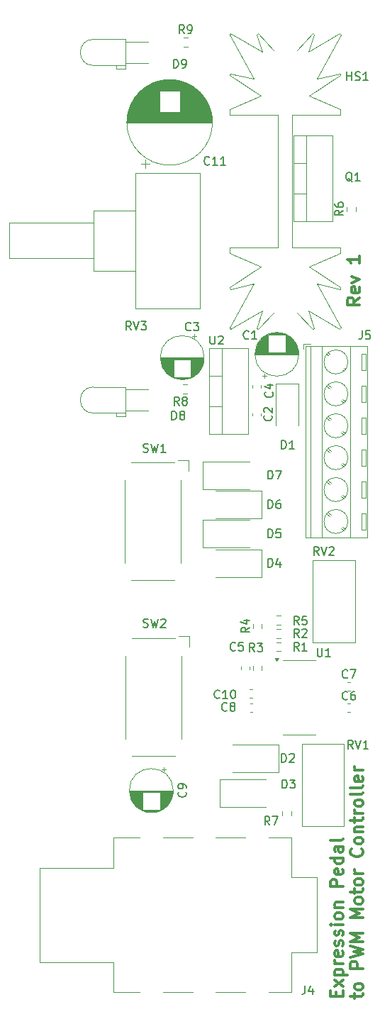
<source format=gbr>
%TF.GenerationSoftware,KiCad,Pcbnew,8.0.1*%
%TF.CreationDate,2024-07-30T21:31:35-05:00*%
%TF.ProjectId,expression-pedal-to-pwm,65787072-6573-4736-996f-6e2d70656461,rev?*%
%TF.SameCoordinates,Original*%
%TF.FileFunction,Legend,Top*%
%TF.FilePolarity,Positive*%
%FSLAX46Y46*%
G04 Gerber Fmt 4.6, Leading zero omitted, Abs format (unit mm)*
G04 Created by KiCad (PCBNEW 8.0.1) date 2024-07-30 21:31:35*
%MOMM*%
%LPD*%
G01*
G04 APERTURE LIST*
%ADD10C,0.300000*%
%ADD11C,0.150000*%
%ADD12C,0.120000*%
G04 APERTURE END LIST*
D10*
X138200828Y-107788346D02*
X137486542Y-108288346D01*
X138200828Y-108645489D02*
X136700828Y-108645489D01*
X136700828Y-108645489D02*
X136700828Y-108074060D01*
X136700828Y-108074060D02*
X136772257Y-107931203D01*
X136772257Y-107931203D02*
X136843685Y-107859774D01*
X136843685Y-107859774D02*
X136986542Y-107788346D01*
X136986542Y-107788346D02*
X137200828Y-107788346D01*
X137200828Y-107788346D02*
X137343685Y-107859774D01*
X137343685Y-107859774D02*
X137415114Y-107931203D01*
X137415114Y-107931203D02*
X137486542Y-108074060D01*
X137486542Y-108074060D02*
X137486542Y-108645489D01*
X138129400Y-106574060D02*
X138200828Y-106716917D01*
X138200828Y-106716917D02*
X138200828Y-107002632D01*
X138200828Y-107002632D02*
X138129400Y-107145489D01*
X138129400Y-107145489D02*
X137986542Y-107216917D01*
X137986542Y-107216917D02*
X137415114Y-107216917D01*
X137415114Y-107216917D02*
X137272257Y-107145489D01*
X137272257Y-107145489D02*
X137200828Y-107002632D01*
X137200828Y-107002632D02*
X137200828Y-106716917D01*
X137200828Y-106716917D02*
X137272257Y-106574060D01*
X137272257Y-106574060D02*
X137415114Y-106502632D01*
X137415114Y-106502632D02*
X137557971Y-106502632D01*
X137557971Y-106502632D02*
X137700828Y-107216917D01*
X137200828Y-106002632D02*
X138200828Y-105645489D01*
X138200828Y-105645489D02*
X137200828Y-105288346D01*
X138200828Y-102788346D02*
X138200828Y-103645489D01*
X138200828Y-103216918D02*
X136700828Y-103216918D01*
X136700828Y-103216918D02*
X136915114Y-103359775D01*
X136915114Y-103359775D02*
X137057971Y-103502632D01*
X137057971Y-103502632D02*
X137129400Y-103645489D01*
X135400198Y-191245489D02*
X135400198Y-190745489D01*
X136185912Y-190531203D02*
X136185912Y-191245489D01*
X136185912Y-191245489D02*
X134685912Y-191245489D01*
X134685912Y-191245489D02*
X134685912Y-190531203D01*
X136185912Y-190031203D02*
X135185912Y-189245489D01*
X135185912Y-190031203D02*
X136185912Y-189245489D01*
X135185912Y-188674060D02*
X136685912Y-188674060D01*
X135257341Y-188674060D02*
X135185912Y-188531203D01*
X135185912Y-188531203D02*
X135185912Y-188245488D01*
X135185912Y-188245488D02*
X135257341Y-188102631D01*
X135257341Y-188102631D02*
X135328769Y-188031203D01*
X135328769Y-188031203D02*
X135471626Y-187959774D01*
X135471626Y-187959774D02*
X135900198Y-187959774D01*
X135900198Y-187959774D02*
X136043055Y-188031203D01*
X136043055Y-188031203D02*
X136114484Y-188102631D01*
X136114484Y-188102631D02*
X136185912Y-188245488D01*
X136185912Y-188245488D02*
X136185912Y-188531203D01*
X136185912Y-188531203D02*
X136114484Y-188674060D01*
X136185912Y-187316917D02*
X135185912Y-187316917D01*
X135471626Y-187316917D02*
X135328769Y-187245488D01*
X135328769Y-187245488D02*
X135257341Y-187174060D01*
X135257341Y-187174060D02*
X135185912Y-187031202D01*
X135185912Y-187031202D02*
X135185912Y-186888345D01*
X136114484Y-185816917D02*
X136185912Y-185959774D01*
X136185912Y-185959774D02*
X136185912Y-186245489D01*
X136185912Y-186245489D02*
X136114484Y-186388346D01*
X136114484Y-186388346D02*
X135971626Y-186459774D01*
X135971626Y-186459774D02*
X135400198Y-186459774D01*
X135400198Y-186459774D02*
X135257341Y-186388346D01*
X135257341Y-186388346D02*
X135185912Y-186245489D01*
X135185912Y-186245489D02*
X135185912Y-185959774D01*
X135185912Y-185959774D02*
X135257341Y-185816917D01*
X135257341Y-185816917D02*
X135400198Y-185745489D01*
X135400198Y-185745489D02*
X135543055Y-185745489D01*
X135543055Y-185745489D02*
X135685912Y-186459774D01*
X136114484Y-185174060D02*
X136185912Y-185031203D01*
X136185912Y-185031203D02*
X136185912Y-184745489D01*
X136185912Y-184745489D02*
X136114484Y-184602632D01*
X136114484Y-184602632D02*
X135971626Y-184531203D01*
X135971626Y-184531203D02*
X135900198Y-184531203D01*
X135900198Y-184531203D02*
X135757341Y-184602632D01*
X135757341Y-184602632D02*
X135685912Y-184745489D01*
X135685912Y-184745489D02*
X135685912Y-184959775D01*
X135685912Y-184959775D02*
X135614484Y-185102632D01*
X135614484Y-185102632D02*
X135471626Y-185174060D01*
X135471626Y-185174060D02*
X135400198Y-185174060D01*
X135400198Y-185174060D02*
X135257341Y-185102632D01*
X135257341Y-185102632D02*
X135185912Y-184959775D01*
X135185912Y-184959775D02*
X135185912Y-184745489D01*
X135185912Y-184745489D02*
X135257341Y-184602632D01*
X136114484Y-183959774D02*
X136185912Y-183816917D01*
X136185912Y-183816917D02*
X136185912Y-183531203D01*
X136185912Y-183531203D02*
X136114484Y-183388346D01*
X136114484Y-183388346D02*
X135971626Y-183316917D01*
X135971626Y-183316917D02*
X135900198Y-183316917D01*
X135900198Y-183316917D02*
X135757341Y-183388346D01*
X135757341Y-183388346D02*
X135685912Y-183531203D01*
X135685912Y-183531203D02*
X135685912Y-183745489D01*
X135685912Y-183745489D02*
X135614484Y-183888346D01*
X135614484Y-183888346D02*
X135471626Y-183959774D01*
X135471626Y-183959774D02*
X135400198Y-183959774D01*
X135400198Y-183959774D02*
X135257341Y-183888346D01*
X135257341Y-183888346D02*
X135185912Y-183745489D01*
X135185912Y-183745489D02*
X135185912Y-183531203D01*
X135185912Y-183531203D02*
X135257341Y-183388346D01*
X136185912Y-182674060D02*
X135185912Y-182674060D01*
X134685912Y-182674060D02*
X134757341Y-182745488D01*
X134757341Y-182745488D02*
X134828769Y-182674060D01*
X134828769Y-182674060D02*
X134757341Y-182602631D01*
X134757341Y-182602631D02*
X134685912Y-182674060D01*
X134685912Y-182674060D02*
X134828769Y-182674060D01*
X136185912Y-181745488D02*
X136114484Y-181888345D01*
X136114484Y-181888345D02*
X136043055Y-181959774D01*
X136043055Y-181959774D02*
X135900198Y-182031202D01*
X135900198Y-182031202D02*
X135471626Y-182031202D01*
X135471626Y-182031202D02*
X135328769Y-181959774D01*
X135328769Y-181959774D02*
X135257341Y-181888345D01*
X135257341Y-181888345D02*
X135185912Y-181745488D01*
X135185912Y-181745488D02*
X135185912Y-181531202D01*
X135185912Y-181531202D02*
X135257341Y-181388345D01*
X135257341Y-181388345D02*
X135328769Y-181316917D01*
X135328769Y-181316917D02*
X135471626Y-181245488D01*
X135471626Y-181245488D02*
X135900198Y-181245488D01*
X135900198Y-181245488D02*
X136043055Y-181316917D01*
X136043055Y-181316917D02*
X136114484Y-181388345D01*
X136114484Y-181388345D02*
X136185912Y-181531202D01*
X136185912Y-181531202D02*
X136185912Y-181745488D01*
X135185912Y-180602631D02*
X136185912Y-180602631D01*
X135328769Y-180602631D02*
X135257341Y-180531202D01*
X135257341Y-180531202D02*
X135185912Y-180388345D01*
X135185912Y-180388345D02*
X135185912Y-180174059D01*
X135185912Y-180174059D02*
X135257341Y-180031202D01*
X135257341Y-180031202D02*
X135400198Y-179959774D01*
X135400198Y-179959774D02*
X136185912Y-179959774D01*
X136185912Y-178102631D02*
X134685912Y-178102631D01*
X134685912Y-178102631D02*
X134685912Y-177531202D01*
X134685912Y-177531202D02*
X134757341Y-177388345D01*
X134757341Y-177388345D02*
X134828769Y-177316916D01*
X134828769Y-177316916D02*
X134971626Y-177245488D01*
X134971626Y-177245488D02*
X135185912Y-177245488D01*
X135185912Y-177245488D02*
X135328769Y-177316916D01*
X135328769Y-177316916D02*
X135400198Y-177388345D01*
X135400198Y-177388345D02*
X135471626Y-177531202D01*
X135471626Y-177531202D02*
X135471626Y-178102631D01*
X136114484Y-176031202D02*
X136185912Y-176174059D01*
X136185912Y-176174059D02*
X136185912Y-176459774D01*
X136185912Y-176459774D02*
X136114484Y-176602631D01*
X136114484Y-176602631D02*
X135971626Y-176674059D01*
X135971626Y-176674059D02*
X135400198Y-176674059D01*
X135400198Y-176674059D02*
X135257341Y-176602631D01*
X135257341Y-176602631D02*
X135185912Y-176459774D01*
X135185912Y-176459774D02*
X135185912Y-176174059D01*
X135185912Y-176174059D02*
X135257341Y-176031202D01*
X135257341Y-176031202D02*
X135400198Y-175959774D01*
X135400198Y-175959774D02*
X135543055Y-175959774D01*
X135543055Y-175959774D02*
X135685912Y-176674059D01*
X136185912Y-174674060D02*
X134685912Y-174674060D01*
X136114484Y-174674060D02*
X136185912Y-174816917D01*
X136185912Y-174816917D02*
X136185912Y-175102631D01*
X136185912Y-175102631D02*
X136114484Y-175245488D01*
X136114484Y-175245488D02*
X136043055Y-175316917D01*
X136043055Y-175316917D02*
X135900198Y-175388345D01*
X135900198Y-175388345D02*
X135471626Y-175388345D01*
X135471626Y-175388345D02*
X135328769Y-175316917D01*
X135328769Y-175316917D02*
X135257341Y-175245488D01*
X135257341Y-175245488D02*
X135185912Y-175102631D01*
X135185912Y-175102631D02*
X135185912Y-174816917D01*
X135185912Y-174816917D02*
X135257341Y-174674060D01*
X136185912Y-173316917D02*
X135400198Y-173316917D01*
X135400198Y-173316917D02*
X135257341Y-173388345D01*
X135257341Y-173388345D02*
X135185912Y-173531202D01*
X135185912Y-173531202D02*
X135185912Y-173816917D01*
X135185912Y-173816917D02*
X135257341Y-173959774D01*
X136114484Y-173316917D02*
X136185912Y-173459774D01*
X136185912Y-173459774D02*
X136185912Y-173816917D01*
X136185912Y-173816917D02*
X136114484Y-173959774D01*
X136114484Y-173959774D02*
X135971626Y-174031202D01*
X135971626Y-174031202D02*
X135828769Y-174031202D01*
X135828769Y-174031202D02*
X135685912Y-173959774D01*
X135685912Y-173959774D02*
X135614484Y-173816917D01*
X135614484Y-173816917D02*
X135614484Y-173459774D01*
X135614484Y-173459774D02*
X135543055Y-173316917D01*
X136185912Y-172388345D02*
X136114484Y-172531202D01*
X136114484Y-172531202D02*
X135971626Y-172602631D01*
X135971626Y-172602631D02*
X134685912Y-172602631D01*
X137600828Y-191459774D02*
X137600828Y-190888346D01*
X137100828Y-191245489D02*
X138386542Y-191245489D01*
X138386542Y-191245489D02*
X138529400Y-191174060D01*
X138529400Y-191174060D02*
X138600828Y-191031203D01*
X138600828Y-191031203D02*
X138600828Y-190888346D01*
X138600828Y-190174060D02*
X138529400Y-190316917D01*
X138529400Y-190316917D02*
X138457971Y-190388346D01*
X138457971Y-190388346D02*
X138315114Y-190459774D01*
X138315114Y-190459774D02*
X137886542Y-190459774D01*
X137886542Y-190459774D02*
X137743685Y-190388346D01*
X137743685Y-190388346D02*
X137672257Y-190316917D01*
X137672257Y-190316917D02*
X137600828Y-190174060D01*
X137600828Y-190174060D02*
X137600828Y-189959774D01*
X137600828Y-189959774D02*
X137672257Y-189816917D01*
X137672257Y-189816917D02*
X137743685Y-189745489D01*
X137743685Y-189745489D02*
X137886542Y-189674060D01*
X137886542Y-189674060D02*
X138315114Y-189674060D01*
X138315114Y-189674060D02*
X138457971Y-189745489D01*
X138457971Y-189745489D02*
X138529400Y-189816917D01*
X138529400Y-189816917D02*
X138600828Y-189959774D01*
X138600828Y-189959774D02*
X138600828Y-190174060D01*
X138600828Y-187888346D02*
X137100828Y-187888346D01*
X137100828Y-187888346D02*
X137100828Y-187316917D01*
X137100828Y-187316917D02*
X137172257Y-187174060D01*
X137172257Y-187174060D02*
X137243685Y-187102631D01*
X137243685Y-187102631D02*
X137386542Y-187031203D01*
X137386542Y-187031203D02*
X137600828Y-187031203D01*
X137600828Y-187031203D02*
X137743685Y-187102631D01*
X137743685Y-187102631D02*
X137815114Y-187174060D01*
X137815114Y-187174060D02*
X137886542Y-187316917D01*
X137886542Y-187316917D02*
X137886542Y-187888346D01*
X137100828Y-186531203D02*
X138600828Y-186174060D01*
X138600828Y-186174060D02*
X137529400Y-185888346D01*
X137529400Y-185888346D02*
X138600828Y-185602631D01*
X138600828Y-185602631D02*
X137100828Y-185245489D01*
X138600828Y-184674060D02*
X137100828Y-184674060D01*
X137100828Y-184674060D02*
X138172257Y-184174060D01*
X138172257Y-184174060D02*
X137100828Y-183674060D01*
X137100828Y-183674060D02*
X138600828Y-183674060D01*
X138600828Y-181816917D02*
X137100828Y-181816917D01*
X137100828Y-181816917D02*
X138172257Y-181316917D01*
X138172257Y-181316917D02*
X137100828Y-180816917D01*
X137100828Y-180816917D02*
X138600828Y-180816917D01*
X138600828Y-179888345D02*
X138529400Y-180031202D01*
X138529400Y-180031202D02*
X138457971Y-180102631D01*
X138457971Y-180102631D02*
X138315114Y-180174059D01*
X138315114Y-180174059D02*
X137886542Y-180174059D01*
X137886542Y-180174059D02*
X137743685Y-180102631D01*
X137743685Y-180102631D02*
X137672257Y-180031202D01*
X137672257Y-180031202D02*
X137600828Y-179888345D01*
X137600828Y-179888345D02*
X137600828Y-179674059D01*
X137600828Y-179674059D02*
X137672257Y-179531202D01*
X137672257Y-179531202D02*
X137743685Y-179459774D01*
X137743685Y-179459774D02*
X137886542Y-179388345D01*
X137886542Y-179388345D02*
X138315114Y-179388345D01*
X138315114Y-179388345D02*
X138457971Y-179459774D01*
X138457971Y-179459774D02*
X138529400Y-179531202D01*
X138529400Y-179531202D02*
X138600828Y-179674059D01*
X138600828Y-179674059D02*
X138600828Y-179888345D01*
X137600828Y-178959773D02*
X137600828Y-178388345D01*
X137100828Y-178745488D02*
X138386542Y-178745488D01*
X138386542Y-178745488D02*
X138529400Y-178674059D01*
X138529400Y-178674059D02*
X138600828Y-178531202D01*
X138600828Y-178531202D02*
X138600828Y-178388345D01*
X138600828Y-177674059D02*
X138529400Y-177816916D01*
X138529400Y-177816916D02*
X138457971Y-177888345D01*
X138457971Y-177888345D02*
X138315114Y-177959773D01*
X138315114Y-177959773D02*
X137886542Y-177959773D01*
X137886542Y-177959773D02*
X137743685Y-177888345D01*
X137743685Y-177888345D02*
X137672257Y-177816916D01*
X137672257Y-177816916D02*
X137600828Y-177674059D01*
X137600828Y-177674059D02*
X137600828Y-177459773D01*
X137600828Y-177459773D02*
X137672257Y-177316916D01*
X137672257Y-177316916D02*
X137743685Y-177245488D01*
X137743685Y-177245488D02*
X137886542Y-177174059D01*
X137886542Y-177174059D02*
X138315114Y-177174059D01*
X138315114Y-177174059D02*
X138457971Y-177245488D01*
X138457971Y-177245488D02*
X138529400Y-177316916D01*
X138529400Y-177316916D02*
X138600828Y-177459773D01*
X138600828Y-177459773D02*
X138600828Y-177674059D01*
X138600828Y-176531202D02*
X137600828Y-176531202D01*
X137886542Y-176531202D02*
X137743685Y-176459773D01*
X137743685Y-176459773D02*
X137672257Y-176388345D01*
X137672257Y-176388345D02*
X137600828Y-176245487D01*
X137600828Y-176245487D02*
X137600828Y-176102630D01*
X138457971Y-173602631D02*
X138529400Y-173674059D01*
X138529400Y-173674059D02*
X138600828Y-173888345D01*
X138600828Y-173888345D02*
X138600828Y-174031202D01*
X138600828Y-174031202D02*
X138529400Y-174245488D01*
X138529400Y-174245488D02*
X138386542Y-174388345D01*
X138386542Y-174388345D02*
X138243685Y-174459774D01*
X138243685Y-174459774D02*
X137957971Y-174531202D01*
X137957971Y-174531202D02*
X137743685Y-174531202D01*
X137743685Y-174531202D02*
X137457971Y-174459774D01*
X137457971Y-174459774D02*
X137315114Y-174388345D01*
X137315114Y-174388345D02*
X137172257Y-174245488D01*
X137172257Y-174245488D02*
X137100828Y-174031202D01*
X137100828Y-174031202D02*
X137100828Y-173888345D01*
X137100828Y-173888345D02*
X137172257Y-173674059D01*
X137172257Y-173674059D02*
X137243685Y-173602631D01*
X138600828Y-172745488D02*
X138529400Y-172888345D01*
X138529400Y-172888345D02*
X138457971Y-172959774D01*
X138457971Y-172959774D02*
X138315114Y-173031202D01*
X138315114Y-173031202D02*
X137886542Y-173031202D01*
X137886542Y-173031202D02*
X137743685Y-172959774D01*
X137743685Y-172959774D02*
X137672257Y-172888345D01*
X137672257Y-172888345D02*
X137600828Y-172745488D01*
X137600828Y-172745488D02*
X137600828Y-172531202D01*
X137600828Y-172531202D02*
X137672257Y-172388345D01*
X137672257Y-172388345D02*
X137743685Y-172316917D01*
X137743685Y-172316917D02*
X137886542Y-172245488D01*
X137886542Y-172245488D02*
X138315114Y-172245488D01*
X138315114Y-172245488D02*
X138457971Y-172316917D01*
X138457971Y-172316917D02*
X138529400Y-172388345D01*
X138529400Y-172388345D02*
X138600828Y-172531202D01*
X138600828Y-172531202D02*
X138600828Y-172745488D01*
X137600828Y-171602631D02*
X138600828Y-171602631D01*
X137743685Y-171602631D02*
X137672257Y-171531202D01*
X137672257Y-171531202D02*
X137600828Y-171388345D01*
X137600828Y-171388345D02*
X137600828Y-171174059D01*
X137600828Y-171174059D02*
X137672257Y-171031202D01*
X137672257Y-171031202D02*
X137815114Y-170959774D01*
X137815114Y-170959774D02*
X138600828Y-170959774D01*
X137600828Y-170459773D02*
X137600828Y-169888345D01*
X137100828Y-170245488D02*
X138386542Y-170245488D01*
X138386542Y-170245488D02*
X138529400Y-170174059D01*
X138529400Y-170174059D02*
X138600828Y-170031202D01*
X138600828Y-170031202D02*
X138600828Y-169888345D01*
X138600828Y-169388345D02*
X137600828Y-169388345D01*
X137886542Y-169388345D02*
X137743685Y-169316916D01*
X137743685Y-169316916D02*
X137672257Y-169245488D01*
X137672257Y-169245488D02*
X137600828Y-169102630D01*
X137600828Y-169102630D02*
X137600828Y-168959773D01*
X138600828Y-168245488D02*
X138529400Y-168388345D01*
X138529400Y-168388345D02*
X138457971Y-168459774D01*
X138457971Y-168459774D02*
X138315114Y-168531202D01*
X138315114Y-168531202D02*
X137886542Y-168531202D01*
X137886542Y-168531202D02*
X137743685Y-168459774D01*
X137743685Y-168459774D02*
X137672257Y-168388345D01*
X137672257Y-168388345D02*
X137600828Y-168245488D01*
X137600828Y-168245488D02*
X137600828Y-168031202D01*
X137600828Y-168031202D02*
X137672257Y-167888345D01*
X137672257Y-167888345D02*
X137743685Y-167816917D01*
X137743685Y-167816917D02*
X137886542Y-167745488D01*
X137886542Y-167745488D02*
X138315114Y-167745488D01*
X138315114Y-167745488D02*
X138457971Y-167816917D01*
X138457971Y-167816917D02*
X138529400Y-167888345D01*
X138529400Y-167888345D02*
X138600828Y-168031202D01*
X138600828Y-168031202D02*
X138600828Y-168245488D01*
X138600828Y-166888345D02*
X138529400Y-167031202D01*
X138529400Y-167031202D02*
X138386542Y-167102631D01*
X138386542Y-167102631D02*
X137100828Y-167102631D01*
X138600828Y-166102631D02*
X138529400Y-166245488D01*
X138529400Y-166245488D02*
X138386542Y-166316917D01*
X138386542Y-166316917D02*
X137100828Y-166316917D01*
X138529400Y-164959774D02*
X138600828Y-165102631D01*
X138600828Y-165102631D02*
X138600828Y-165388346D01*
X138600828Y-165388346D02*
X138529400Y-165531203D01*
X138529400Y-165531203D02*
X138386542Y-165602631D01*
X138386542Y-165602631D02*
X137815114Y-165602631D01*
X137815114Y-165602631D02*
X137672257Y-165531203D01*
X137672257Y-165531203D02*
X137600828Y-165388346D01*
X137600828Y-165388346D02*
X137600828Y-165102631D01*
X137600828Y-165102631D02*
X137672257Y-164959774D01*
X137672257Y-164959774D02*
X137815114Y-164888346D01*
X137815114Y-164888346D02*
X137957971Y-164888346D01*
X137957971Y-164888346D02*
X138100828Y-165602631D01*
X138600828Y-164245489D02*
X137600828Y-164245489D01*
X137886542Y-164245489D02*
X137743685Y-164174060D01*
X137743685Y-164174060D02*
X137672257Y-164102632D01*
X137672257Y-164102632D02*
X137600828Y-163959774D01*
X137600828Y-163959774D02*
X137600828Y-163816917D01*
D11*
X121457142Y-155559580D02*
X121409523Y-155607200D01*
X121409523Y-155607200D02*
X121266666Y-155654819D01*
X121266666Y-155654819D02*
X121171428Y-155654819D01*
X121171428Y-155654819D02*
X121028571Y-155607200D01*
X121028571Y-155607200D02*
X120933333Y-155511961D01*
X120933333Y-155511961D02*
X120885714Y-155416723D01*
X120885714Y-155416723D02*
X120838095Y-155226247D01*
X120838095Y-155226247D02*
X120838095Y-155083390D01*
X120838095Y-155083390D02*
X120885714Y-154892914D01*
X120885714Y-154892914D02*
X120933333Y-154797676D01*
X120933333Y-154797676D02*
X121028571Y-154702438D01*
X121028571Y-154702438D02*
X121171428Y-154654819D01*
X121171428Y-154654819D02*
X121266666Y-154654819D01*
X121266666Y-154654819D02*
X121409523Y-154702438D01*
X121409523Y-154702438D02*
X121457142Y-154750057D01*
X122409523Y-155654819D02*
X121838095Y-155654819D01*
X122123809Y-155654819D02*
X122123809Y-154654819D01*
X122123809Y-154654819D02*
X122028571Y-154797676D01*
X122028571Y-154797676D02*
X121933333Y-154892914D01*
X121933333Y-154892914D02*
X121838095Y-154940533D01*
X123028571Y-154654819D02*
X123123809Y-154654819D01*
X123123809Y-154654819D02*
X123219047Y-154702438D01*
X123219047Y-154702438D02*
X123266666Y-154750057D01*
X123266666Y-154750057D02*
X123314285Y-154845295D01*
X123314285Y-154845295D02*
X123361904Y-155035771D01*
X123361904Y-155035771D02*
X123361904Y-155273866D01*
X123361904Y-155273866D02*
X123314285Y-155464342D01*
X123314285Y-155464342D02*
X123266666Y-155559580D01*
X123266666Y-155559580D02*
X123219047Y-155607200D01*
X123219047Y-155607200D02*
X123123809Y-155654819D01*
X123123809Y-155654819D02*
X123028571Y-155654819D01*
X123028571Y-155654819D02*
X122933333Y-155607200D01*
X122933333Y-155607200D02*
X122885714Y-155559580D01*
X122885714Y-155559580D02*
X122838095Y-155464342D01*
X122838095Y-155464342D02*
X122790476Y-155273866D01*
X122790476Y-155273866D02*
X122790476Y-155035771D01*
X122790476Y-155035771D02*
X122838095Y-154845295D01*
X122838095Y-154845295D02*
X122885714Y-154750057D01*
X122885714Y-154750057D02*
X122933333Y-154702438D01*
X122933333Y-154702438D02*
X123028571Y-154654819D01*
X130933333Y-148354819D02*
X130600000Y-147878628D01*
X130361905Y-148354819D02*
X130361905Y-147354819D01*
X130361905Y-147354819D02*
X130742857Y-147354819D01*
X130742857Y-147354819D02*
X130838095Y-147402438D01*
X130838095Y-147402438D02*
X130885714Y-147450057D01*
X130885714Y-147450057D02*
X130933333Y-147545295D01*
X130933333Y-147545295D02*
X130933333Y-147688152D01*
X130933333Y-147688152D02*
X130885714Y-147783390D01*
X130885714Y-147783390D02*
X130838095Y-147831009D01*
X130838095Y-147831009D02*
X130742857Y-147878628D01*
X130742857Y-147878628D02*
X130361905Y-147878628D01*
X131314286Y-147450057D02*
X131361905Y-147402438D01*
X131361905Y-147402438D02*
X131457143Y-147354819D01*
X131457143Y-147354819D02*
X131695238Y-147354819D01*
X131695238Y-147354819D02*
X131790476Y-147402438D01*
X131790476Y-147402438D02*
X131838095Y-147450057D01*
X131838095Y-147450057D02*
X131885714Y-147545295D01*
X131885714Y-147545295D02*
X131885714Y-147640533D01*
X131885714Y-147640533D02*
X131838095Y-147783390D01*
X131838095Y-147783390D02*
X131266667Y-148354819D01*
X131266667Y-148354819D02*
X131885714Y-148354819D01*
X125024819Y-147166666D02*
X124548628Y-147499999D01*
X125024819Y-147738094D02*
X124024819Y-147738094D01*
X124024819Y-147738094D02*
X124024819Y-147357142D01*
X124024819Y-147357142D02*
X124072438Y-147261904D01*
X124072438Y-147261904D02*
X124120057Y-147214285D01*
X124120057Y-147214285D02*
X124215295Y-147166666D01*
X124215295Y-147166666D02*
X124358152Y-147166666D01*
X124358152Y-147166666D02*
X124453390Y-147214285D01*
X124453390Y-147214285D02*
X124501009Y-147261904D01*
X124501009Y-147261904D02*
X124548628Y-147357142D01*
X124548628Y-147357142D02*
X124548628Y-147738094D01*
X124358152Y-146309523D02*
X125024819Y-146309523D01*
X123977200Y-146547618D02*
X124691485Y-146785713D01*
X124691485Y-146785713D02*
X124691485Y-146166666D01*
X128861905Y-125854819D02*
X128861905Y-124854819D01*
X128861905Y-124854819D02*
X129100000Y-124854819D01*
X129100000Y-124854819D02*
X129242857Y-124902438D01*
X129242857Y-124902438D02*
X129338095Y-124997676D01*
X129338095Y-124997676D02*
X129385714Y-125092914D01*
X129385714Y-125092914D02*
X129433333Y-125283390D01*
X129433333Y-125283390D02*
X129433333Y-125426247D01*
X129433333Y-125426247D02*
X129385714Y-125616723D01*
X129385714Y-125616723D02*
X129338095Y-125711961D01*
X129338095Y-125711961D02*
X129242857Y-125807200D01*
X129242857Y-125807200D02*
X129100000Y-125854819D01*
X129100000Y-125854819D02*
X128861905Y-125854819D01*
X130385714Y-125854819D02*
X129814286Y-125854819D01*
X130100000Y-125854819D02*
X130100000Y-124854819D01*
X130100000Y-124854819D02*
X130004762Y-124997676D01*
X130004762Y-124997676D02*
X129909524Y-125092914D01*
X129909524Y-125092914D02*
X129814286Y-125140533D01*
X127261905Y-139954819D02*
X127261905Y-138954819D01*
X127261905Y-138954819D02*
X127500000Y-138954819D01*
X127500000Y-138954819D02*
X127642857Y-139002438D01*
X127642857Y-139002438D02*
X127738095Y-139097676D01*
X127738095Y-139097676D02*
X127785714Y-139192914D01*
X127785714Y-139192914D02*
X127833333Y-139383390D01*
X127833333Y-139383390D02*
X127833333Y-139526247D01*
X127833333Y-139526247D02*
X127785714Y-139716723D01*
X127785714Y-139716723D02*
X127738095Y-139811961D01*
X127738095Y-139811961D02*
X127642857Y-139907200D01*
X127642857Y-139907200D02*
X127500000Y-139954819D01*
X127500000Y-139954819D02*
X127261905Y-139954819D01*
X128690476Y-139288152D02*
X128690476Y-139954819D01*
X128452381Y-138907200D02*
X128214286Y-139621485D01*
X128214286Y-139621485D02*
X128833333Y-139621485D01*
X127759580Y-119066666D02*
X127807200Y-119114285D01*
X127807200Y-119114285D02*
X127854819Y-119257142D01*
X127854819Y-119257142D02*
X127854819Y-119352380D01*
X127854819Y-119352380D02*
X127807200Y-119495237D01*
X127807200Y-119495237D02*
X127711961Y-119590475D01*
X127711961Y-119590475D02*
X127616723Y-119638094D01*
X127616723Y-119638094D02*
X127426247Y-119685713D01*
X127426247Y-119685713D02*
X127283390Y-119685713D01*
X127283390Y-119685713D02*
X127092914Y-119638094D01*
X127092914Y-119638094D02*
X126997676Y-119590475D01*
X126997676Y-119590475D02*
X126902438Y-119495237D01*
X126902438Y-119495237D02*
X126854819Y-119352380D01*
X126854819Y-119352380D02*
X126854819Y-119257142D01*
X126854819Y-119257142D02*
X126902438Y-119114285D01*
X126902438Y-119114285D02*
X126950057Y-119066666D01*
X127188152Y-118209523D02*
X127854819Y-118209523D01*
X126807200Y-118447618D02*
X127521485Y-118685713D01*
X127521485Y-118685713D02*
X127521485Y-118066666D01*
X136733333Y-153129580D02*
X136685714Y-153177200D01*
X136685714Y-153177200D02*
X136542857Y-153224819D01*
X136542857Y-153224819D02*
X136447619Y-153224819D01*
X136447619Y-153224819D02*
X136304762Y-153177200D01*
X136304762Y-153177200D02*
X136209524Y-153081961D01*
X136209524Y-153081961D02*
X136161905Y-152986723D01*
X136161905Y-152986723D02*
X136114286Y-152796247D01*
X136114286Y-152796247D02*
X136114286Y-152653390D01*
X136114286Y-152653390D02*
X136161905Y-152462914D01*
X136161905Y-152462914D02*
X136209524Y-152367676D01*
X136209524Y-152367676D02*
X136304762Y-152272438D01*
X136304762Y-152272438D02*
X136447619Y-152224819D01*
X136447619Y-152224819D02*
X136542857Y-152224819D01*
X136542857Y-152224819D02*
X136685714Y-152272438D01*
X136685714Y-152272438D02*
X136733333Y-152320057D01*
X137066667Y-152224819D02*
X137733333Y-152224819D01*
X137733333Y-152224819D02*
X137304762Y-153224819D01*
X110904761Y-111654819D02*
X110571428Y-111178628D01*
X110333333Y-111654819D02*
X110333333Y-110654819D01*
X110333333Y-110654819D02*
X110714285Y-110654819D01*
X110714285Y-110654819D02*
X110809523Y-110702438D01*
X110809523Y-110702438D02*
X110857142Y-110750057D01*
X110857142Y-110750057D02*
X110904761Y-110845295D01*
X110904761Y-110845295D02*
X110904761Y-110988152D01*
X110904761Y-110988152D02*
X110857142Y-111083390D01*
X110857142Y-111083390D02*
X110809523Y-111131009D01*
X110809523Y-111131009D02*
X110714285Y-111178628D01*
X110714285Y-111178628D02*
X110333333Y-111178628D01*
X111190476Y-110654819D02*
X111523809Y-111654819D01*
X111523809Y-111654819D02*
X111857142Y-110654819D01*
X112095238Y-110654819D02*
X112714285Y-110654819D01*
X112714285Y-110654819D02*
X112380952Y-111035771D01*
X112380952Y-111035771D02*
X112523809Y-111035771D01*
X112523809Y-111035771D02*
X112619047Y-111083390D01*
X112619047Y-111083390D02*
X112666666Y-111131009D01*
X112666666Y-111131009D02*
X112714285Y-111226247D01*
X112714285Y-111226247D02*
X112714285Y-111464342D01*
X112714285Y-111464342D02*
X112666666Y-111559580D01*
X112666666Y-111559580D02*
X112619047Y-111607200D01*
X112619047Y-111607200D02*
X112523809Y-111654819D01*
X112523809Y-111654819D02*
X112238095Y-111654819D01*
X112238095Y-111654819D02*
X112142857Y-111607200D01*
X112142857Y-111607200D02*
X112095238Y-111559580D01*
X125633333Y-150054819D02*
X125300000Y-149578628D01*
X125061905Y-150054819D02*
X125061905Y-149054819D01*
X125061905Y-149054819D02*
X125442857Y-149054819D01*
X125442857Y-149054819D02*
X125538095Y-149102438D01*
X125538095Y-149102438D02*
X125585714Y-149150057D01*
X125585714Y-149150057D02*
X125633333Y-149245295D01*
X125633333Y-149245295D02*
X125633333Y-149388152D01*
X125633333Y-149388152D02*
X125585714Y-149483390D01*
X125585714Y-149483390D02*
X125538095Y-149531009D01*
X125538095Y-149531009D02*
X125442857Y-149578628D01*
X125442857Y-149578628D02*
X125061905Y-149578628D01*
X125966667Y-149054819D02*
X126585714Y-149054819D01*
X126585714Y-149054819D02*
X126252381Y-149435771D01*
X126252381Y-149435771D02*
X126395238Y-149435771D01*
X126395238Y-149435771D02*
X126490476Y-149483390D01*
X126490476Y-149483390D02*
X126538095Y-149531009D01*
X126538095Y-149531009D02*
X126585714Y-149626247D01*
X126585714Y-149626247D02*
X126585714Y-149864342D01*
X126585714Y-149864342D02*
X126538095Y-149959580D01*
X126538095Y-149959580D02*
X126490476Y-150007200D01*
X126490476Y-150007200D02*
X126395238Y-150054819D01*
X126395238Y-150054819D02*
X126109524Y-150054819D01*
X126109524Y-150054819D02*
X126014286Y-150007200D01*
X126014286Y-150007200D02*
X125966667Y-149959580D01*
X127659580Y-121866666D02*
X127707200Y-121914285D01*
X127707200Y-121914285D02*
X127754819Y-122057142D01*
X127754819Y-122057142D02*
X127754819Y-122152380D01*
X127754819Y-122152380D02*
X127707200Y-122295237D01*
X127707200Y-122295237D02*
X127611961Y-122390475D01*
X127611961Y-122390475D02*
X127516723Y-122438094D01*
X127516723Y-122438094D02*
X127326247Y-122485713D01*
X127326247Y-122485713D02*
X127183390Y-122485713D01*
X127183390Y-122485713D02*
X126992914Y-122438094D01*
X126992914Y-122438094D02*
X126897676Y-122390475D01*
X126897676Y-122390475D02*
X126802438Y-122295237D01*
X126802438Y-122295237D02*
X126754819Y-122152380D01*
X126754819Y-122152380D02*
X126754819Y-122057142D01*
X126754819Y-122057142D02*
X126802438Y-121914285D01*
X126802438Y-121914285D02*
X126850057Y-121866666D01*
X126850057Y-121485713D02*
X126802438Y-121438094D01*
X126802438Y-121438094D02*
X126754819Y-121342856D01*
X126754819Y-121342856D02*
X126754819Y-121104761D01*
X126754819Y-121104761D02*
X126802438Y-121009523D01*
X126802438Y-121009523D02*
X126850057Y-120961904D01*
X126850057Y-120961904D02*
X126945295Y-120914285D01*
X126945295Y-120914285D02*
X127040533Y-120914285D01*
X127040533Y-120914285D02*
X127183390Y-120961904D01*
X127183390Y-120961904D02*
X127754819Y-121533332D01*
X127754819Y-121533332D02*
X127754819Y-120914285D01*
X117233333Y-76254819D02*
X116900000Y-75778628D01*
X116661905Y-76254819D02*
X116661905Y-75254819D01*
X116661905Y-75254819D02*
X117042857Y-75254819D01*
X117042857Y-75254819D02*
X117138095Y-75302438D01*
X117138095Y-75302438D02*
X117185714Y-75350057D01*
X117185714Y-75350057D02*
X117233333Y-75445295D01*
X117233333Y-75445295D02*
X117233333Y-75588152D01*
X117233333Y-75588152D02*
X117185714Y-75683390D01*
X117185714Y-75683390D02*
X117138095Y-75731009D01*
X117138095Y-75731009D02*
X117042857Y-75778628D01*
X117042857Y-75778628D02*
X116661905Y-75778628D01*
X117709524Y-76254819D02*
X117900000Y-76254819D01*
X117900000Y-76254819D02*
X117995238Y-76207200D01*
X117995238Y-76207200D02*
X118042857Y-76159580D01*
X118042857Y-76159580D02*
X118138095Y-76016723D01*
X118138095Y-76016723D02*
X118185714Y-75826247D01*
X118185714Y-75826247D02*
X118185714Y-75445295D01*
X118185714Y-75445295D02*
X118138095Y-75350057D01*
X118138095Y-75350057D02*
X118090476Y-75302438D01*
X118090476Y-75302438D02*
X117995238Y-75254819D01*
X117995238Y-75254819D02*
X117804762Y-75254819D01*
X117804762Y-75254819D02*
X117709524Y-75302438D01*
X117709524Y-75302438D02*
X117661905Y-75350057D01*
X117661905Y-75350057D02*
X117614286Y-75445295D01*
X117614286Y-75445295D02*
X117614286Y-75683390D01*
X117614286Y-75683390D02*
X117661905Y-75778628D01*
X117661905Y-75778628D02*
X117709524Y-75826247D01*
X117709524Y-75826247D02*
X117804762Y-75873866D01*
X117804762Y-75873866D02*
X117995238Y-75873866D01*
X117995238Y-75873866D02*
X118090476Y-75826247D01*
X118090476Y-75826247D02*
X118138095Y-75778628D01*
X118138095Y-75778628D02*
X118185714Y-75683390D01*
X116633333Y-120654819D02*
X116300000Y-120178628D01*
X116061905Y-120654819D02*
X116061905Y-119654819D01*
X116061905Y-119654819D02*
X116442857Y-119654819D01*
X116442857Y-119654819D02*
X116538095Y-119702438D01*
X116538095Y-119702438D02*
X116585714Y-119750057D01*
X116585714Y-119750057D02*
X116633333Y-119845295D01*
X116633333Y-119845295D02*
X116633333Y-119988152D01*
X116633333Y-119988152D02*
X116585714Y-120083390D01*
X116585714Y-120083390D02*
X116538095Y-120131009D01*
X116538095Y-120131009D02*
X116442857Y-120178628D01*
X116442857Y-120178628D02*
X116061905Y-120178628D01*
X117204762Y-120083390D02*
X117109524Y-120035771D01*
X117109524Y-120035771D02*
X117061905Y-119988152D01*
X117061905Y-119988152D02*
X117014286Y-119892914D01*
X117014286Y-119892914D02*
X117014286Y-119845295D01*
X117014286Y-119845295D02*
X117061905Y-119750057D01*
X117061905Y-119750057D02*
X117109524Y-119702438D01*
X117109524Y-119702438D02*
X117204762Y-119654819D01*
X117204762Y-119654819D02*
X117395238Y-119654819D01*
X117395238Y-119654819D02*
X117490476Y-119702438D01*
X117490476Y-119702438D02*
X117538095Y-119750057D01*
X117538095Y-119750057D02*
X117585714Y-119845295D01*
X117585714Y-119845295D02*
X117585714Y-119892914D01*
X117585714Y-119892914D02*
X117538095Y-119988152D01*
X117538095Y-119988152D02*
X117490476Y-120035771D01*
X117490476Y-120035771D02*
X117395238Y-120083390D01*
X117395238Y-120083390D02*
X117204762Y-120083390D01*
X117204762Y-120083390D02*
X117109524Y-120131009D01*
X117109524Y-120131009D02*
X117061905Y-120178628D01*
X117061905Y-120178628D02*
X117014286Y-120273866D01*
X117014286Y-120273866D02*
X117014286Y-120464342D01*
X117014286Y-120464342D02*
X117061905Y-120559580D01*
X117061905Y-120559580D02*
X117109524Y-120607200D01*
X117109524Y-120607200D02*
X117204762Y-120654819D01*
X117204762Y-120654819D02*
X117395238Y-120654819D01*
X117395238Y-120654819D02*
X117490476Y-120607200D01*
X117490476Y-120607200D02*
X117538095Y-120559580D01*
X117538095Y-120559580D02*
X117585714Y-120464342D01*
X117585714Y-120464342D02*
X117585714Y-120273866D01*
X117585714Y-120273866D02*
X117538095Y-120178628D01*
X117538095Y-120178628D02*
X117490476Y-120131009D01*
X117490476Y-120131009D02*
X117395238Y-120083390D01*
X120257142Y-91859580D02*
X120209523Y-91907200D01*
X120209523Y-91907200D02*
X120066666Y-91954819D01*
X120066666Y-91954819D02*
X119971428Y-91954819D01*
X119971428Y-91954819D02*
X119828571Y-91907200D01*
X119828571Y-91907200D02*
X119733333Y-91811961D01*
X119733333Y-91811961D02*
X119685714Y-91716723D01*
X119685714Y-91716723D02*
X119638095Y-91526247D01*
X119638095Y-91526247D02*
X119638095Y-91383390D01*
X119638095Y-91383390D02*
X119685714Y-91192914D01*
X119685714Y-91192914D02*
X119733333Y-91097676D01*
X119733333Y-91097676D02*
X119828571Y-91002438D01*
X119828571Y-91002438D02*
X119971428Y-90954819D01*
X119971428Y-90954819D02*
X120066666Y-90954819D01*
X120066666Y-90954819D02*
X120209523Y-91002438D01*
X120209523Y-91002438D02*
X120257142Y-91050057D01*
X121209523Y-91954819D02*
X120638095Y-91954819D01*
X120923809Y-91954819D02*
X120923809Y-90954819D01*
X120923809Y-90954819D02*
X120828571Y-91097676D01*
X120828571Y-91097676D02*
X120733333Y-91192914D01*
X120733333Y-91192914D02*
X120638095Y-91240533D01*
X122161904Y-91954819D02*
X121590476Y-91954819D01*
X121876190Y-91954819D02*
X121876190Y-90954819D01*
X121876190Y-90954819D02*
X121780952Y-91097676D01*
X121780952Y-91097676D02*
X121685714Y-91192914D01*
X121685714Y-91192914D02*
X121590476Y-91240533D01*
X136733333Y-155729580D02*
X136685714Y-155777200D01*
X136685714Y-155777200D02*
X136542857Y-155824819D01*
X136542857Y-155824819D02*
X136447619Y-155824819D01*
X136447619Y-155824819D02*
X136304762Y-155777200D01*
X136304762Y-155777200D02*
X136209524Y-155681961D01*
X136209524Y-155681961D02*
X136161905Y-155586723D01*
X136161905Y-155586723D02*
X136114286Y-155396247D01*
X136114286Y-155396247D02*
X136114286Y-155253390D01*
X136114286Y-155253390D02*
X136161905Y-155062914D01*
X136161905Y-155062914D02*
X136209524Y-154967676D01*
X136209524Y-154967676D02*
X136304762Y-154872438D01*
X136304762Y-154872438D02*
X136447619Y-154824819D01*
X136447619Y-154824819D02*
X136542857Y-154824819D01*
X136542857Y-154824819D02*
X136685714Y-154872438D01*
X136685714Y-154872438D02*
X136733333Y-154920057D01*
X137590476Y-154824819D02*
X137400000Y-154824819D01*
X137400000Y-154824819D02*
X137304762Y-154872438D01*
X137304762Y-154872438D02*
X137257143Y-154920057D01*
X137257143Y-154920057D02*
X137161905Y-155062914D01*
X137161905Y-155062914D02*
X137114286Y-155253390D01*
X137114286Y-155253390D02*
X137114286Y-155634342D01*
X137114286Y-155634342D02*
X137161905Y-155729580D01*
X137161905Y-155729580D02*
X137209524Y-155777200D01*
X137209524Y-155777200D02*
X137304762Y-155824819D01*
X137304762Y-155824819D02*
X137495238Y-155824819D01*
X137495238Y-155824819D02*
X137590476Y-155777200D01*
X137590476Y-155777200D02*
X137638095Y-155729580D01*
X137638095Y-155729580D02*
X137685714Y-155634342D01*
X137685714Y-155634342D02*
X137685714Y-155396247D01*
X137685714Y-155396247D02*
X137638095Y-155301009D01*
X137638095Y-155301009D02*
X137590476Y-155253390D01*
X137590476Y-155253390D02*
X137495238Y-155205771D01*
X137495238Y-155205771D02*
X137304762Y-155205771D01*
X137304762Y-155205771D02*
X137209524Y-155253390D01*
X137209524Y-155253390D02*
X137161905Y-155301009D01*
X137161905Y-155301009D02*
X137114286Y-155396247D01*
X128961905Y-166354819D02*
X128961905Y-165354819D01*
X128961905Y-165354819D02*
X129200000Y-165354819D01*
X129200000Y-165354819D02*
X129342857Y-165402438D01*
X129342857Y-165402438D02*
X129438095Y-165497676D01*
X129438095Y-165497676D02*
X129485714Y-165592914D01*
X129485714Y-165592914D02*
X129533333Y-165783390D01*
X129533333Y-165783390D02*
X129533333Y-165926247D01*
X129533333Y-165926247D02*
X129485714Y-166116723D01*
X129485714Y-166116723D02*
X129438095Y-166211961D01*
X129438095Y-166211961D02*
X129342857Y-166307200D01*
X129342857Y-166307200D02*
X129200000Y-166354819D01*
X129200000Y-166354819D02*
X128961905Y-166354819D01*
X129866667Y-165354819D02*
X130485714Y-165354819D01*
X130485714Y-165354819D02*
X130152381Y-165735771D01*
X130152381Y-165735771D02*
X130295238Y-165735771D01*
X130295238Y-165735771D02*
X130390476Y-165783390D01*
X130390476Y-165783390D02*
X130438095Y-165831009D01*
X130438095Y-165831009D02*
X130485714Y-165926247D01*
X130485714Y-165926247D02*
X130485714Y-166164342D01*
X130485714Y-166164342D02*
X130438095Y-166259580D01*
X130438095Y-166259580D02*
X130390476Y-166307200D01*
X130390476Y-166307200D02*
X130295238Y-166354819D01*
X130295238Y-166354819D02*
X130009524Y-166354819D01*
X130009524Y-166354819D02*
X129914286Y-166307200D01*
X129914286Y-166307200D02*
X129866667Y-166259580D01*
X136224819Y-97379166D02*
X135748628Y-97712499D01*
X136224819Y-97950594D02*
X135224819Y-97950594D01*
X135224819Y-97950594D02*
X135224819Y-97569642D01*
X135224819Y-97569642D02*
X135272438Y-97474404D01*
X135272438Y-97474404D02*
X135320057Y-97426785D01*
X135320057Y-97426785D02*
X135415295Y-97379166D01*
X135415295Y-97379166D02*
X135558152Y-97379166D01*
X135558152Y-97379166D02*
X135653390Y-97426785D01*
X135653390Y-97426785D02*
X135701009Y-97474404D01*
X135701009Y-97474404D02*
X135748628Y-97569642D01*
X135748628Y-97569642D02*
X135748628Y-97950594D01*
X135224819Y-96522023D02*
X135224819Y-96712499D01*
X135224819Y-96712499D02*
X135272438Y-96807737D01*
X135272438Y-96807737D02*
X135320057Y-96855356D01*
X135320057Y-96855356D02*
X135462914Y-96950594D01*
X135462914Y-96950594D02*
X135653390Y-96998213D01*
X135653390Y-96998213D02*
X136034342Y-96998213D01*
X136034342Y-96998213D02*
X136129580Y-96950594D01*
X136129580Y-96950594D02*
X136177200Y-96902975D01*
X136177200Y-96902975D02*
X136224819Y-96807737D01*
X136224819Y-96807737D02*
X136224819Y-96617261D01*
X136224819Y-96617261D02*
X136177200Y-96522023D01*
X136177200Y-96522023D02*
X136129580Y-96474404D01*
X136129580Y-96474404D02*
X136034342Y-96426785D01*
X136034342Y-96426785D02*
X135796247Y-96426785D01*
X135796247Y-96426785D02*
X135701009Y-96474404D01*
X135701009Y-96474404D02*
X135653390Y-96522023D01*
X135653390Y-96522023D02*
X135605771Y-96617261D01*
X135605771Y-96617261D02*
X135605771Y-96807737D01*
X135605771Y-96807737D02*
X135653390Y-96902975D01*
X135653390Y-96902975D02*
X135701009Y-96950594D01*
X135701009Y-96950594D02*
X135796247Y-96998213D01*
X138466666Y-111754819D02*
X138466666Y-112469104D01*
X138466666Y-112469104D02*
X138419047Y-112611961D01*
X138419047Y-112611961D02*
X138323809Y-112707200D01*
X138323809Y-112707200D02*
X138180952Y-112754819D01*
X138180952Y-112754819D02*
X138085714Y-112754819D01*
X139419047Y-111754819D02*
X138942857Y-111754819D01*
X138942857Y-111754819D02*
X138895238Y-112231009D01*
X138895238Y-112231009D02*
X138942857Y-112183390D01*
X138942857Y-112183390D02*
X139038095Y-112135771D01*
X139038095Y-112135771D02*
X139276190Y-112135771D01*
X139276190Y-112135771D02*
X139371428Y-112183390D01*
X139371428Y-112183390D02*
X139419047Y-112231009D01*
X139419047Y-112231009D02*
X139466666Y-112326247D01*
X139466666Y-112326247D02*
X139466666Y-112564342D01*
X139466666Y-112564342D02*
X139419047Y-112659580D01*
X139419047Y-112659580D02*
X139371428Y-112707200D01*
X139371428Y-112707200D02*
X139276190Y-112754819D01*
X139276190Y-112754819D02*
X139038095Y-112754819D01*
X139038095Y-112754819D02*
X138942857Y-112707200D01*
X138942857Y-112707200D02*
X138895238Y-112659580D01*
X133304761Y-138554819D02*
X132971428Y-138078628D01*
X132733333Y-138554819D02*
X132733333Y-137554819D01*
X132733333Y-137554819D02*
X133114285Y-137554819D01*
X133114285Y-137554819D02*
X133209523Y-137602438D01*
X133209523Y-137602438D02*
X133257142Y-137650057D01*
X133257142Y-137650057D02*
X133304761Y-137745295D01*
X133304761Y-137745295D02*
X133304761Y-137888152D01*
X133304761Y-137888152D02*
X133257142Y-137983390D01*
X133257142Y-137983390D02*
X133209523Y-138031009D01*
X133209523Y-138031009D02*
X133114285Y-138078628D01*
X133114285Y-138078628D02*
X132733333Y-138078628D01*
X133590476Y-137554819D02*
X133923809Y-138554819D01*
X133923809Y-138554819D02*
X134257142Y-137554819D01*
X134542857Y-137650057D02*
X134590476Y-137602438D01*
X134590476Y-137602438D02*
X134685714Y-137554819D01*
X134685714Y-137554819D02*
X134923809Y-137554819D01*
X134923809Y-137554819D02*
X135019047Y-137602438D01*
X135019047Y-137602438D02*
X135066666Y-137650057D01*
X135066666Y-137650057D02*
X135114285Y-137745295D01*
X135114285Y-137745295D02*
X135114285Y-137840533D01*
X135114285Y-137840533D02*
X135066666Y-137983390D01*
X135066666Y-137983390D02*
X134495238Y-138554819D01*
X134495238Y-138554819D02*
X135114285Y-138554819D01*
X136661905Y-81854819D02*
X136661905Y-80854819D01*
X136661905Y-81331009D02*
X137233333Y-81331009D01*
X137233333Y-81854819D02*
X137233333Y-80854819D01*
X137661905Y-81807200D02*
X137804762Y-81854819D01*
X137804762Y-81854819D02*
X138042857Y-81854819D01*
X138042857Y-81854819D02*
X138138095Y-81807200D01*
X138138095Y-81807200D02*
X138185714Y-81759580D01*
X138185714Y-81759580D02*
X138233333Y-81664342D01*
X138233333Y-81664342D02*
X138233333Y-81569104D01*
X138233333Y-81569104D02*
X138185714Y-81473866D01*
X138185714Y-81473866D02*
X138138095Y-81426247D01*
X138138095Y-81426247D02*
X138042857Y-81378628D01*
X138042857Y-81378628D02*
X137852381Y-81331009D01*
X137852381Y-81331009D02*
X137757143Y-81283390D01*
X137757143Y-81283390D02*
X137709524Y-81235771D01*
X137709524Y-81235771D02*
X137661905Y-81140533D01*
X137661905Y-81140533D02*
X137661905Y-81045295D01*
X137661905Y-81045295D02*
X137709524Y-80950057D01*
X137709524Y-80950057D02*
X137757143Y-80902438D01*
X137757143Y-80902438D02*
X137852381Y-80854819D01*
X137852381Y-80854819D02*
X138090476Y-80854819D01*
X138090476Y-80854819D02*
X138233333Y-80902438D01*
X139185714Y-81854819D02*
X138614286Y-81854819D01*
X138900000Y-81854819D02*
X138900000Y-80854819D01*
X138900000Y-80854819D02*
X138804762Y-80997676D01*
X138804762Y-80997676D02*
X138709524Y-81092914D01*
X138709524Y-81092914D02*
X138614286Y-81140533D01*
X133138095Y-149654819D02*
X133138095Y-150464342D01*
X133138095Y-150464342D02*
X133185714Y-150559580D01*
X133185714Y-150559580D02*
X133233333Y-150607200D01*
X133233333Y-150607200D02*
X133328571Y-150654819D01*
X133328571Y-150654819D02*
X133519047Y-150654819D01*
X133519047Y-150654819D02*
X133614285Y-150607200D01*
X133614285Y-150607200D02*
X133661904Y-150559580D01*
X133661904Y-150559580D02*
X133709523Y-150464342D01*
X133709523Y-150464342D02*
X133709523Y-149654819D01*
X134709523Y-150654819D02*
X134138095Y-150654819D01*
X134423809Y-150654819D02*
X134423809Y-149654819D01*
X134423809Y-149654819D02*
X134328571Y-149797676D01*
X134328571Y-149797676D02*
X134233333Y-149892914D01*
X134233333Y-149892914D02*
X134138095Y-149940533D01*
X115961905Y-80354819D02*
X115961905Y-79354819D01*
X115961905Y-79354819D02*
X116200000Y-79354819D01*
X116200000Y-79354819D02*
X116342857Y-79402438D01*
X116342857Y-79402438D02*
X116438095Y-79497676D01*
X116438095Y-79497676D02*
X116485714Y-79592914D01*
X116485714Y-79592914D02*
X116533333Y-79783390D01*
X116533333Y-79783390D02*
X116533333Y-79926247D01*
X116533333Y-79926247D02*
X116485714Y-80116723D01*
X116485714Y-80116723D02*
X116438095Y-80211961D01*
X116438095Y-80211961D02*
X116342857Y-80307200D01*
X116342857Y-80307200D02*
X116200000Y-80354819D01*
X116200000Y-80354819D02*
X115961905Y-80354819D01*
X117009524Y-80354819D02*
X117200000Y-80354819D01*
X117200000Y-80354819D02*
X117295238Y-80307200D01*
X117295238Y-80307200D02*
X117342857Y-80259580D01*
X117342857Y-80259580D02*
X117438095Y-80116723D01*
X117438095Y-80116723D02*
X117485714Y-79926247D01*
X117485714Y-79926247D02*
X117485714Y-79545295D01*
X117485714Y-79545295D02*
X117438095Y-79450057D01*
X117438095Y-79450057D02*
X117390476Y-79402438D01*
X117390476Y-79402438D02*
X117295238Y-79354819D01*
X117295238Y-79354819D02*
X117104762Y-79354819D01*
X117104762Y-79354819D02*
X117009524Y-79402438D01*
X117009524Y-79402438D02*
X116961905Y-79450057D01*
X116961905Y-79450057D02*
X116914286Y-79545295D01*
X116914286Y-79545295D02*
X116914286Y-79783390D01*
X116914286Y-79783390D02*
X116961905Y-79878628D01*
X116961905Y-79878628D02*
X117009524Y-79926247D01*
X117009524Y-79926247D02*
X117104762Y-79973866D01*
X117104762Y-79973866D02*
X117295238Y-79973866D01*
X117295238Y-79973866D02*
X117390476Y-79926247D01*
X117390476Y-79926247D02*
X117438095Y-79878628D01*
X117438095Y-79878628D02*
X117485714Y-79783390D01*
X131666666Y-189954819D02*
X131666666Y-190669104D01*
X131666666Y-190669104D02*
X131619047Y-190811961D01*
X131619047Y-190811961D02*
X131523809Y-190907200D01*
X131523809Y-190907200D02*
X131380952Y-190954819D01*
X131380952Y-190954819D02*
X131285714Y-190954819D01*
X132571428Y-190288152D02*
X132571428Y-190954819D01*
X132333333Y-189907200D02*
X132095238Y-190621485D01*
X132095238Y-190621485D02*
X132714285Y-190621485D01*
X122333333Y-157059580D02*
X122285714Y-157107200D01*
X122285714Y-157107200D02*
X122142857Y-157154819D01*
X122142857Y-157154819D02*
X122047619Y-157154819D01*
X122047619Y-157154819D02*
X121904762Y-157107200D01*
X121904762Y-157107200D02*
X121809524Y-157011961D01*
X121809524Y-157011961D02*
X121761905Y-156916723D01*
X121761905Y-156916723D02*
X121714286Y-156726247D01*
X121714286Y-156726247D02*
X121714286Y-156583390D01*
X121714286Y-156583390D02*
X121761905Y-156392914D01*
X121761905Y-156392914D02*
X121809524Y-156297676D01*
X121809524Y-156297676D02*
X121904762Y-156202438D01*
X121904762Y-156202438D02*
X122047619Y-156154819D01*
X122047619Y-156154819D02*
X122142857Y-156154819D01*
X122142857Y-156154819D02*
X122285714Y-156202438D01*
X122285714Y-156202438D02*
X122333333Y-156250057D01*
X122904762Y-156583390D02*
X122809524Y-156535771D01*
X122809524Y-156535771D02*
X122761905Y-156488152D01*
X122761905Y-156488152D02*
X122714286Y-156392914D01*
X122714286Y-156392914D02*
X122714286Y-156345295D01*
X122714286Y-156345295D02*
X122761905Y-156250057D01*
X122761905Y-156250057D02*
X122809524Y-156202438D01*
X122809524Y-156202438D02*
X122904762Y-156154819D01*
X122904762Y-156154819D02*
X123095238Y-156154819D01*
X123095238Y-156154819D02*
X123190476Y-156202438D01*
X123190476Y-156202438D02*
X123238095Y-156250057D01*
X123238095Y-156250057D02*
X123285714Y-156345295D01*
X123285714Y-156345295D02*
X123285714Y-156392914D01*
X123285714Y-156392914D02*
X123238095Y-156488152D01*
X123238095Y-156488152D02*
X123190476Y-156535771D01*
X123190476Y-156535771D02*
X123095238Y-156583390D01*
X123095238Y-156583390D02*
X122904762Y-156583390D01*
X122904762Y-156583390D02*
X122809524Y-156631009D01*
X122809524Y-156631009D02*
X122761905Y-156678628D01*
X122761905Y-156678628D02*
X122714286Y-156773866D01*
X122714286Y-156773866D02*
X122714286Y-156964342D01*
X122714286Y-156964342D02*
X122761905Y-157059580D01*
X122761905Y-157059580D02*
X122809524Y-157107200D01*
X122809524Y-157107200D02*
X122904762Y-157154819D01*
X122904762Y-157154819D02*
X123095238Y-157154819D01*
X123095238Y-157154819D02*
X123190476Y-157107200D01*
X123190476Y-157107200D02*
X123238095Y-157059580D01*
X123238095Y-157059580D02*
X123285714Y-156964342D01*
X123285714Y-156964342D02*
X123285714Y-156773866D01*
X123285714Y-156773866D02*
X123238095Y-156678628D01*
X123238095Y-156678628D02*
X123190476Y-156631009D01*
X123190476Y-156631009D02*
X123095238Y-156583390D01*
X130933333Y-146854819D02*
X130600000Y-146378628D01*
X130361905Y-146854819D02*
X130361905Y-145854819D01*
X130361905Y-145854819D02*
X130742857Y-145854819D01*
X130742857Y-145854819D02*
X130838095Y-145902438D01*
X130838095Y-145902438D02*
X130885714Y-145950057D01*
X130885714Y-145950057D02*
X130933333Y-146045295D01*
X130933333Y-146045295D02*
X130933333Y-146188152D01*
X130933333Y-146188152D02*
X130885714Y-146283390D01*
X130885714Y-146283390D02*
X130838095Y-146331009D01*
X130838095Y-146331009D02*
X130742857Y-146378628D01*
X130742857Y-146378628D02*
X130361905Y-146378628D01*
X131838095Y-145854819D02*
X131361905Y-145854819D01*
X131361905Y-145854819D02*
X131314286Y-146331009D01*
X131314286Y-146331009D02*
X131361905Y-146283390D01*
X131361905Y-146283390D02*
X131457143Y-146235771D01*
X131457143Y-146235771D02*
X131695238Y-146235771D01*
X131695238Y-146235771D02*
X131790476Y-146283390D01*
X131790476Y-146283390D02*
X131838095Y-146331009D01*
X131838095Y-146331009D02*
X131885714Y-146426247D01*
X131885714Y-146426247D02*
X131885714Y-146664342D01*
X131885714Y-146664342D02*
X131838095Y-146759580D01*
X131838095Y-146759580D02*
X131790476Y-146807200D01*
X131790476Y-146807200D02*
X131695238Y-146854819D01*
X131695238Y-146854819D02*
X131457143Y-146854819D01*
X131457143Y-146854819D02*
X131361905Y-146807200D01*
X131361905Y-146807200D02*
X131314286Y-146759580D01*
X128861905Y-163254819D02*
X128861905Y-162254819D01*
X128861905Y-162254819D02*
X129100000Y-162254819D01*
X129100000Y-162254819D02*
X129242857Y-162302438D01*
X129242857Y-162302438D02*
X129338095Y-162397676D01*
X129338095Y-162397676D02*
X129385714Y-162492914D01*
X129385714Y-162492914D02*
X129433333Y-162683390D01*
X129433333Y-162683390D02*
X129433333Y-162826247D01*
X129433333Y-162826247D02*
X129385714Y-163016723D01*
X129385714Y-163016723D02*
X129338095Y-163111961D01*
X129338095Y-163111961D02*
X129242857Y-163207200D01*
X129242857Y-163207200D02*
X129100000Y-163254819D01*
X129100000Y-163254819D02*
X128861905Y-163254819D01*
X129814286Y-162350057D02*
X129861905Y-162302438D01*
X129861905Y-162302438D02*
X129957143Y-162254819D01*
X129957143Y-162254819D02*
X130195238Y-162254819D01*
X130195238Y-162254819D02*
X130290476Y-162302438D01*
X130290476Y-162302438D02*
X130338095Y-162350057D01*
X130338095Y-162350057D02*
X130385714Y-162445295D01*
X130385714Y-162445295D02*
X130385714Y-162540533D01*
X130385714Y-162540533D02*
X130338095Y-162683390D01*
X130338095Y-162683390D02*
X129766667Y-163254819D01*
X129766667Y-163254819D02*
X130385714Y-163254819D01*
X137304761Y-93950057D02*
X137209523Y-93902438D01*
X137209523Y-93902438D02*
X137114285Y-93807200D01*
X137114285Y-93807200D02*
X136971428Y-93664342D01*
X136971428Y-93664342D02*
X136876190Y-93616723D01*
X136876190Y-93616723D02*
X136780952Y-93616723D01*
X136828571Y-93854819D02*
X136733333Y-93807200D01*
X136733333Y-93807200D02*
X136638095Y-93711961D01*
X136638095Y-93711961D02*
X136590476Y-93521485D01*
X136590476Y-93521485D02*
X136590476Y-93188152D01*
X136590476Y-93188152D02*
X136638095Y-92997676D01*
X136638095Y-92997676D02*
X136733333Y-92902438D01*
X136733333Y-92902438D02*
X136828571Y-92854819D01*
X136828571Y-92854819D02*
X137019047Y-92854819D01*
X137019047Y-92854819D02*
X137114285Y-92902438D01*
X137114285Y-92902438D02*
X137209523Y-92997676D01*
X137209523Y-92997676D02*
X137257142Y-93188152D01*
X137257142Y-93188152D02*
X137257142Y-93521485D01*
X137257142Y-93521485D02*
X137209523Y-93711961D01*
X137209523Y-93711961D02*
X137114285Y-93807200D01*
X137114285Y-93807200D02*
X137019047Y-93854819D01*
X137019047Y-93854819D02*
X136828571Y-93854819D01*
X138209523Y-93854819D02*
X137638095Y-93854819D01*
X137923809Y-93854819D02*
X137923809Y-92854819D01*
X137923809Y-92854819D02*
X137828571Y-92997676D01*
X137828571Y-92997676D02*
X137733333Y-93092914D01*
X137733333Y-93092914D02*
X137638095Y-93140533D01*
X117409580Y-166811554D02*
X117457200Y-166859173D01*
X117457200Y-166859173D02*
X117504819Y-167002030D01*
X117504819Y-167002030D02*
X117504819Y-167097268D01*
X117504819Y-167097268D02*
X117457200Y-167240125D01*
X117457200Y-167240125D02*
X117361961Y-167335363D01*
X117361961Y-167335363D02*
X117266723Y-167382982D01*
X117266723Y-167382982D02*
X117076247Y-167430601D01*
X117076247Y-167430601D02*
X116933390Y-167430601D01*
X116933390Y-167430601D02*
X116742914Y-167382982D01*
X116742914Y-167382982D02*
X116647676Y-167335363D01*
X116647676Y-167335363D02*
X116552438Y-167240125D01*
X116552438Y-167240125D02*
X116504819Y-167097268D01*
X116504819Y-167097268D02*
X116504819Y-167002030D01*
X116504819Y-167002030D02*
X116552438Y-166859173D01*
X116552438Y-166859173D02*
X116600057Y-166811554D01*
X117504819Y-166335363D02*
X117504819Y-166144887D01*
X117504819Y-166144887D02*
X117457200Y-166049649D01*
X117457200Y-166049649D02*
X117409580Y-166002030D01*
X117409580Y-166002030D02*
X117266723Y-165906792D01*
X117266723Y-165906792D02*
X117076247Y-165859173D01*
X117076247Y-165859173D02*
X116695295Y-165859173D01*
X116695295Y-165859173D02*
X116600057Y-165906792D01*
X116600057Y-165906792D02*
X116552438Y-165954411D01*
X116552438Y-165954411D02*
X116504819Y-166049649D01*
X116504819Y-166049649D02*
X116504819Y-166240125D01*
X116504819Y-166240125D02*
X116552438Y-166335363D01*
X116552438Y-166335363D02*
X116600057Y-166382982D01*
X116600057Y-166382982D02*
X116695295Y-166430601D01*
X116695295Y-166430601D02*
X116933390Y-166430601D01*
X116933390Y-166430601D02*
X117028628Y-166382982D01*
X117028628Y-166382982D02*
X117076247Y-166335363D01*
X117076247Y-166335363D02*
X117123866Y-166240125D01*
X117123866Y-166240125D02*
X117123866Y-166049649D01*
X117123866Y-166049649D02*
X117076247Y-165954411D01*
X117076247Y-165954411D02*
X117028628Y-165906792D01*
X117028628Y-165906792D02*
X116933390Y-165859173D01*
X127433333Y-170754819D02*
X127100000Y-170278628D01*
X126861905Y-170754819D02*
X126861905Y-169754819D01*
X126861905Y-169754819D02*
X127242857Y-169754819D01*
X127242857Y-169754819D02*
X127338095Y-169802438D01*
X127338095Y-169802438D02*
X127385714Y-169850057D01*
X127385714Y-169850057D02*
X127433333Y-169945295D01*
X127433333Y-169945295D02*
X127433333Y-170088152D01*
X127433333Y-170088152D02*
X127385714Y-170183390D01*
X127385714Y-170183390D02*
X127338095Y-170231009D01*
X127338095Y-170231009D02*
X127242857Y-170278628D01*
X127242857Y-170278628D02*
X126861905Y-170278628D01*
X127766667Y-169754819D02*
X128433333Y-169754819D01*
X128433333Y-169754819D02*
X128004762Y-170754819D01*
X123333333Y-149859580D02*
X123285714Y-149907200D01*
X123285714Y-149907200D02*
X123142857Y-149954819D01*
X123142857Y-149954819D02*
X123047619Y-149954819D01*
X123047619Y-149954819D02*
X122904762Y-149907200D01*
X122904762Y-149907200D02*
X122809524Y-149811961D01*
X122809524Y-149811961D02*
X122761905Y-149716723D01*
X122761905Y-149716723D02*
X122714286Y-149526247D01*
X122714286Y-149526247D02*
X122714286Y-149383390D01*
X122714286Y-149383390D02*
X122761905Y-149192914D01*
X122761905Y-149192914D02*
X122809524Y-149097676D01*
X122809524Y-149097676D02*
X122904762Y-149002438D01*
X122904762Y-149002438D02*
X123047619Y-148954819D01*
X123047619Y-148954819D02*
X123142857Y-148954819D01*
X123142857Y-148954819D02*
X123285714Y-149002438D01*
X123285714Y-149002438D02*
X123333333Y-149050057D01*
X124238095Y-148954819D02*
X123761905Y-148954819D01*
X123761905Y-148954819D02*
X123714286Y-149431009D01*
X123714286Y-149431009D02*
X123761905Y-149383390D01*
X123761905Y-149383390D02*
X123857143Y-149335771D01*
X123857143Y-149335771D02*
X124095238Y-149335771D01*
X124095238Y-149335771D02*
X124190476Y-149383390D01*
X124190476Y-149383390D02*
X124238095Y-149431009D01*
X124238095Y-149431009D02*
X124285714Y-149526247D01*
X124285714Y-149526247D02*
X124285714Y-149764342D01*
X124285714Y-149764342D02*
X124238095Y-149859580D01*
X124238095Y-149859580D02*
X124190476Y-149907200D01*
X124190476Y-149907200D02*
X124095238Y-149954819D01*
X124095238Y-149954819D02*
X123857143Y-149954819D01*
X123857143Y-149954819D02*
X123761905Y-149907200D01*
X123761905Y-149907200D02*
X123714286Y-149859580D01*
X112366667Y-147107200D02*
X112509524Y-147154819D01*
X112509524Y-147154819D02*
X112747619Y-147154819D01*
X112747619Y-147154819D02*
X112842857Y-147107200D01*
X112842857Y-147107200D02*
X112890476Y-147059580D01*
X112890476Y-147059580D02*
X112938095Y-146964342D01*
X112938095Y-146964342D02*
X112938095Y-146869104D01*
X112938095Y-146869104D02*
X112890476Y-146773866D01*
X112890476Y-146773866D02*
X112842857Y-146726247D01*
X112842857Y-146726247D02*
X112747619Y-146678628D01*
X112747619Y-146678628D02*
X112557143Y-146631009D01*
X112557143Y-146631009D02*
X112461905Y-146583390D01*
X112461905Y-146583390D02*
X112414286Y-146535771D01*
X112414286Y-146535771D02*
X112366667Y-146440533D01*
X112366667Y-146440533D02*
X112366667Y-146345295D01*
X112366667Y-146345295D02*
X112414286Y-146250057D01*
X112414286Y-146250057D02*
X112461905Y-146202438D01*
X112461905Y-146202438D02*
X112557143Y-146154819D01*
X112557143Y-146154819D02*
X112795238Y-146154819D01*
X112795238Y-146154819D02*
X112938095Y-146202438D01*
X113271429Y-146154819D02*
X113509524Y-147154819D01*
X113509524Y-147154819D02*
X113700000Y-146440533D01*
X113700000Y-146440533D02*
X113890476Y-147154819D01*
X113890476Y-147154819D02*
X114128572Y-146154819D01*
X114461905Y-146250057D02*
X114509524Y-146202438D01*
X114509524Y-146202438D02*
X114604762Y-146154819D01*
X114604762Y-146154819D02*
X114842857Y-146154819D01*
X114842857Y-146154819D02*
X114938095Y-146202438D01*
X114938095Y-146202438D02*
X114985714Y-146250057D01*
X114985714Y-146250057D02*
X115033333Y-146345295D01*
X115033333Y-146345295D02*
X115033333Y-146440533D01*
X115033333Y-146440533D02*
X114985714Y-146583390D01*
X114985714Y-146583390D02*
X114414286Y-147154819D01*
X114414286Y-147154819D02*
X115033333Y-147154819D01*
X127261905Y-129454819D02*
X127261905Y-128454819D01*
X127261905Y-128454819D02*
X127500000Y-128454819D01*
X127500000Y-128454819D02*
X127642857Y-128502438D01*
X127642857Y-128502438D02*
X127738095Y-128597676D01*
X127738095Y-128597676D02*
X127785714Y-128692914D01*
X127785714Y-128692914D02*
X127833333Y-128883390D01*
X127833333Y-128883390D02*
X127833333Y-129026247D01*
X127833333Y-129026247D02*
X127785714Y-129216723D01*
X127785714Y-129216723D02*
X127738095Y-129311961D01*
X127738095Y-129311961D02*
X127642857Y-129407200D01*
X127642857Y-129407200D02*
X127500000Y-129454819D01*
X127500000Y-129454819D02*
X127261905Y-129454819D01*
X128166667Y-128454819D02*
X128833333Y-128454819D01*
X128833333Y-128454819D02*
X128404762Y-129454819D01*
X124933333Y-112659580D02*
X124885714Y-112707200D01*
X124885714Y-112707200D02*
X124742857Y-112754819D01*
X124742857Y-112754819D02*
X124647619Y-112754819D01*
X124647619Y-112754819D02*
X124504762Y-112707200D01*
X124504762Y-112707200D02*
X124409524Y-112611961D01*
X124409524Y-112611961D02*
X124361905Y-112516723D01*
X124361905Y-112516723D02*
X124314286Y-112326247D01*
X124314286Y-112326247D02*
X124314286Y-112183390D01*
X124314286Y-112183390D02*
X124361905Y-111992914D01*
X124361905Y-111992914D02*
X124409524Y-111897676D01*
X124409524Y-111897676D02*
X124504762Y-111802438D01*
X124504762Y-111802438D02*
X124647619Y-111754819D01*
X124647619Y-111754819D02*
X124742857Y-111754819D01*
X124742857Y-111754819D02*
X124885714Y-111802438D01*
X124885714Y-111802438D02*
X124933333Y-111850057D01*
X125885714Y-112754819D02*
X125314286Y-112754819D01*
X125600000Y-112754819D02*
X125600000Y-111754819D01*
X125600000Y-111754819D02*
X125504762Y-111897676D01*
X125504762Y-111897676D02*
X125409524Y-111992914D01*
X125409524Y-111992914D02*
X125314286Y-112040533D01*
X112366667Y-126207200D02*
X112509524Y-126254819D01*
X112509524Y-126254819D02*
X112747619Y-126254819D01*
X112747619Y-126254819D02*
X112842857Y-126207200D01*
X112842857Y-126207200D02*
X112890476Y-126159580D01*
X112890476Y-126159580D02*
X112938095Y-126064342D01*
X112938095Y-126064342D02*
X112938095Y-125969104D01*
X112938095Y-125969104D02*
X112890476Y-125873866D01*
X112890476Y-125873866D02*
X112842857Y-125826247D01*
X112842857Y-125826247D02*
X112747619Y-125778628D01*
X112747619Y-125778628D02*
X112557143Y-125731009D01*
X112557143Y-125731009D02*
X112461905Y-125683390D01*
X112461905Y-125683390D02*
X112414286Y-125635771D01*
X112414286Y-125635771D02*
X112366667Y-125540533D01*
X112366667Y-125540533D02*
X112366667Y-125445295D01*
X112366667Y-125445295D02*
X112414286Y-125350057D01*
X112414286Y-125350057D02*
X112461905Y-125302438D01*
X112461905Y-125302438D02*
X112557143Y-125254819D01*
X112557143Y-125254819D02*
X112795238Y-125254819D01*
X112795238Y-125254819D02*
X112938095Y-125302438D01*
X113271429Y-125254819D02*
X113509524Y-126254819D01*
X113509524Y-126254819D02*
X113700000Y-125540533D01*
X113700000Y-125540533D02*
X113890476Y-126254819D01*
X113890476Y-126254819D02*
X114128572Y-125254819D01*
X115033333Y-126254819D02*
X114461905Y-126254819D01*
X114747619Y-126254819D02*
X114747619Y-125254819D01*
X114747619Y-125254819D02*
X114652381Y-125397676D01*
X114652381Y-125397676D02*
X114557143Y-125492914D01*
X114557143Y-125492914D02*
X114461905Y-125540533D01*
X120338095Y-112354819D02*
X120338095Y-113164342D01*
X120338095Y-113164342D02*
X120385714Y-113259580D01*
X120385714Y-113259580D02*
X120433333Y-113307200D01*
X120433333Y-113307200D02*
X120528571Y-113354819D01*
X120528571Y-113354819D02*
X120719047Y-113354819D01*
X120719047Y-113354819D02*
X120814285Y-113307200D01*
X120814285Y-113307200D02*
X120861904Y-113259580D01*
X120861904Y-113259580D02*
X120909523Y-113164342D01*
X120909523Y-113164342D02*
X120909523Y-112354819D01*
X121338095Y-112450057D02*
X121385714Y-112402438D01*
X121385714Y-112402438D02*
X121480952Y-112354819D01*
X121480952Y-112354819D02*
X121719047Y-112354819D01*
X121719047Y-112354819D02*
X121814285Y-112402438D01*
X121814285Y-112402438D02*
X121861904Y-112450057D01*
X121861904Y-112450057D02*
X121909523Y-112545295D01*
X121909523Y-112545295D02*
X121909523Y-112640533D01*
X121909523Y-112640533D02*
X121861904Y-112783390D01*
X121861904Y-112783390D02*
X121290476Y-113354819D01*
X121290476Y-113354819D02*
X121909523Y-113354819D01*
X127261905Y-136454819D02*
X127261905Y-135454819D01*
X127261905Y-135454819D02*
X127500000Y-135454819D01*
X127500000Y-135454819D02*
X127642857Y-135502438D01*
X127642857Y-135502438D02*
X127738095Y-135597676D01*
X127738095Y-135597676D02*
X127785714Y-135692914D01*
X127785714Y-135692914D02*
X127833333Y-135883390D01*
X127833333Y-135883390D02*
X127833333Y-136026247D01*
X127833333Y-136026247D02*
X127785714Y-136216723D01*
X127785714Y-136216723D02*
X127738095Y-136311961D01*
X127738095Y-136311961D02*
X127642857Y-136407200D01*
X127642857Y-136407200D02*
X127500000Y-136454819D01*
X127500000Y-136454819D02*
X127261905Y-136454819D01*
X128738095Y-135454819D02*
X128261905Y-135454819D01*
X128261905Y-135454819D02*
X128214286Y-135931009D01*
X128214286Y-135931009D02*
X128261905Y-135883390D01*
X128261905Y-135883390D02*
X128357143Y-135835771D01*
X128357143Y-135835771D02*
X128595238Y-135835771D01*
X128595238Y-135835771D02*
X128690476Y-135883390D01*
X128690476Y-135883390D02*
X128738095Y-135931009D01*
X128738095Y-135931009D02*
X128785714Y-136026247D01*
X128785714Y-136026247D02*
X128785714Y-136264342D01*
X128785714Y-136264342D02*
X128738095Y-136359580D01*
X128738095Y-136359580D02*
X128690476Y-136407200D01*
X128690476Y-136407200D02*
X128595238Y-136454819D01*
X128595238Y-136454819D02*
X128357143Y-136454819D01*
X128357143Y-136454819D02*
X128261905Y-136407200D01*
X128261905Y-136407200D02*
X128214286Y-136359580D01*
X137404761Y-161654819D02*
X137071428Y-161178628D01*
X136833333Y-161654819D02*
X136833333Y-160654819D01*
X136833333Y-160654819D02*
X137214285Y-160654819D01*
X137214285Y-160654819D02*
X137309523Y-160702438D01*
X137309523Y-160702438D02*
X137357142Y-160750057D01*
X137357142Y-160750057D02*
X137404761Y-160845295D01*
X137404761Y-160845295D02*
X137404761Y-160988152D01*
X137404761Y-160988152D02*
X137357142Y-161083390D01*
X137357142Y-161083390D02*
X137309523Y-161131009D01*
X137309523Y-161131009D02*
X137214285Y-161178628D01*
X137214285Y-161178628D02*
X136833333Y-161178628D01*
X137690476Y-160654819D02*
X138023809Y-161654819D01*
X138023809Y-161654819D02*
X138357142Y-160654819D01*
X139214285Y-161654819D02*
X138642857Y-161654819D01*
X138928571Y-161654819D02*
X138928571Y-160654819D01*
X138928571Y-160654819D02*
X138833333Y-160797676D01*
X138833333Y-160797676D02*
X138738095Y-160892914D01*
X138738095Y-160892914D02*
X138642857Y-160940533D01*
X115761905Y-122354819D02*
X115761905Y-121354819D01*
X115761905Y-121354819D02*
X116000000Y-121354819D01*
X116000000Y-121354819D02*
X116142857Y-121402438D01*
X116142857Y-121402438D02*
X116238095Y-121497676D01*
X116238095Y-121497676D02*
X116285714Y-121592914D01*
X116285714Y-121592914D02*
X116333333Y-121783390D01*
X116333333Y-121783390D02*
X116333333Y-121926247D01*
X116333333Y-121926247D02*
X116285714Y-122116723D01*
X116285714Y-122116723D02*
X116238095Y-122211961D01*
X116238095Y-122211961D02*
X116142857Y-122307200D01*
X116142857Y-122307200D02*
X116000000Y-122354819D01*
X116000000Y-122354819D02*
X115761905Y-122354819D01*
X116904762Y-121783390D02*
X116809524Y-121735771D01*
X116809524Y-121735771D02*
X116761905Y-121688152D01*
X116761905Y-121688152D02*
X116714286Y-121592914D01*
X116714286Y-121592914D02*
X116714286Y-121545295D01*
X116714286Y-121545295D02*
X116761905Y-121450057D01*
X116761905Y-121450057D02*
X116809524Y-121402438D01*
X116809524Y-121402438D02*
X116904762Y-121354819D01*
X116904762Y-121354819D02*
X117095238Y-121354819D01*
X117095238Y-121354819D02*
X117190476Y-121402438D01*
X117190476Y-121402438D02*
X117238095Y-121450057D01*
X117238095Y-121450057D02*
X117285714Y-121545295D01*
X117285714Y-121545295D02*
X117285714Y-121592914D01*
X117285714Y-121592914D02*
X117238095Y-121688152D01*
X117238095Y-121688152D02*
X117190476Y-121735771D01*
X117190476Y-121735771D02*
X117095238Y-121783390D01*
X117095238Y-121783390D02*
X116904762Y-121783390D01*
X116904762Y-121783390D02*
X116809524Y-121831009D01*
X116809524Y-121831009D02*
X116761905Y-121878628D01*
X116761905Y-121878628D02*
X116714286Y-121973866D01*
X116714286Y-121973866D02*
X116714286Y-122164342D01*
X116714286Y-122164342D02*
X116761905Y-122259580D01*
X116761905Y-122259580D02*
X116809524Y-122307200D01*
X116809524Y-122307200D02*
X116904762Y-122354819D01*
X116904762Y-122354819D02*
X117095238Y-122354819D01*
X117095238Y-122354819D02*
X117190476Y-122307200D01*
X117190476Y-122307200D02*
X117238095Y-122259580D01*
X117238095Y-122259580D02*
X117285714Y-122164342D01*
X117285714Y-122164342D02*
X117285714Y-121973866D01*
X117285714Y-121973866D02*
X117238095Y-121878628D01*
X117238095Y-121878628D02*
X117190476Y-121831009D01*
X117190476Y-121831009D02*
X117095238Y-121783390D01*
X127261905Y-132954819D02*
X127261905Y-131954819D01*
X127261905Y-131954819D02*
X127500000Y-131954819D01*
X127500000Y-131954819D02*
X127642857Y-132002438D01*
X127642857Y-132002438D02*
X127738095Y-132097676D01*
X127738095Y-132097676D02*
X127785714Y-132192914D01*
X127785714Y-132192914D02*
X127833333Y-132383390D01*
X127833333Y-132383390D02*
X127833333Y-132526247D01*
X127833333Y-132526247D02*
X127785714Y-132716723D01*
X127785714Y-132716723D02*
X127738095Y-132811961D01*
X127738095Y-132811961D02*
X127642857Y-132907200D01*
X127642857Y-132907200D02*
X127500000Y-132954819D01*
X127500000Y-132954819D02*
X127261905Y-132954819D01*
X128690476Y-131954819D02*
X128500000Y-131954819D01*
X128500000Y-131954819D02*
X128404762Y-132002438D01*
X128404762Y-132002438D02*
X128357143Y-132050057D01*
X128357143Y-132050057D02*
X128261905Y-132192914D01*
X128261905Y-132192914D02*
X128214286Y-132383390D01*
X128214286Y-132383390D02*
X128214286Y-132764342D01*
X128214286Y-132764342D02*
X128261905Y-132859580D01*
X128261905Y-132859580D02*
X128309524Y-132907200D01*
X128309524Y-132907200D02*
X128404762Y-132954819D01*
X128404762Y-132954819D02*
X128595238Y-132954819D01*
X128595238Y-132954819D02*
X128690476Y-132907200D01*
X128690476Y-132907200D02*
X128738095Y-132859580D01*
X128738095Y-132859580D02*
X128785714Y-132764342D01*
X128785714Y-132764342D02*
X128785714Y-132526247D01*
X128785714Y-132526247D02*
X128738095Y-132431009D01*
X128738095Y-132431009D02*
X128690476Y-132383390D01*
X128690476Y-132383390D02*
X128595238Y-132335771D01*
X128595238Y-132335771D02*
X128404762Y-132335771D01*
X128404762Y-132335771D02*
X128309524Y-132383390D01*
X128309524Y-132383390D02*
X128261905Y-132431009D01*
X128261905Y-132431009D02*
X128214286Y-132526247D01*
X130933333Y-149954819D02*
X130600000Y-149478628D01*
X130361905Y-149954819D02*
X130361905Y-148954819D01*
X130361905Y-148954819D02*
X130742857Y-148954819D01*
X130742857Y-148954819D02*
X130838095Y-149002438D01*
X130838095Y-149002438D02*
X130885714Y-149050057D01*
X130885714Y-149050057D02*
X130933333Y-149145295D01*
X130933333Y-149145295D02*
X130933333Y-149288152D01*
X130933333Y-149288152D02*
X130885714Y-149383390D01*
X130885714Y-149383390D02*
X130838095Y-149431009D01*
X130838095Y-149431009D02*
X130742857Y-149478628D01*
X130742857Y-149478628D02*
X130361905Y-149478628D01*
X131885714Y-149954819D02*
X131314286Y-149954819D01*
X131600000Y-149954819D02*
X131600000Y-148954819D01*
X131600000Y-148954819D02*
X131504762Y-149097676D01*
X131504762Y-149097676D02*
X131409524Y-149192914D01*
X131409524Y-149192914D02*
X131314286Y-149240533D01*
X118033333Y-111659580D02*
X117985714Y-111707200D01*
X117985714Y-111707200D02*
X117842857Y-111754819D01*
X117842857Y-111754819D02*
X117747619Y-111754819D01*
X117747619Y-111754819D02*
X117604762Y-111707200D01*
X117604762Y-111707200D02*
X117509524Y-111611961D01*
X117509524Y-111611961D02*
X117461905Y-111516723D01*
X117461905Y-111516723D02*
X117414286Y-111326247D01*
X117414286Y-111326247D02*
X117414286Y-111183390D01*
X117414286Y-111183390D02*
X117461905Y-110992914D01*
X117461905Y-110992914D02*
X117509524Y-110897676D01*
X117509524Y-110897676D02*
X117604762Y-110802438D01*
X117604762Y-110802438D02*
X117747619Y-110754819D01*
X117747619Y-110754819D02*
X117842857Y-110754819D01*
X117842857Y-110754819D02*
X117985714Y-110802438D01*
X117985714Y-110802438D02*
X118033333Y-110850057D01*
X118366667Y-110754819D02*
X118985714Y-110754819D01*
X118985714Y-110754819D02*
X118652381Y-111135771D01*
X118652381Y-111135771D02*
X118795238Y-111135771D01*
X118795238Y-111135771D02*
X118890476Y-111183390D01*
X118890476Y-111183390D02*
X118938095Y-111231009D01*
X118938095Y-111231009D02*
X118985714Y-111326247D01*
X118985714Y-111326247D02*
X118985714Y-111564342D01*
X118985714Y-111564342D02*
X118938095Y-111659580D01*
X118938095Y-111659580D02*
X118890476Y-111707200D01*
X118890476Y-111707200D02*
X118795238Y-111754819D01*
X118795238Y-111754819D02*
X118509524Y-111754819D01*
X118509524Y-111754819D02*
X118414286Y-111707200D01*
X118414286Y-111707200D02*
X118366667Y-111659580D01*
D12*
%TO.C,C10*%
X125346267Y-154590000D02*
X125053733Y-154590000D01*
X125346267Y-155610000D02*
X125053733Y-155610000D01*
%TO.C,R2*%
X128245276Y-147377500D02*
X128754724Y-147377500D01*
X128245276Y-148422500D02*
X128754724Y-148422500D01*
%TO.C,R4*%
X125477500Y-147254724D02*
X125477500Y-146745276D01*
X126522500Y-147254724D02*
X126522500Y-146745276D01*
%TO.C,D1*%
X128140000Y-118040000D02*
X128140000Y-123100000D01*
X130860000Y-118040000D02*
X128140000Y-118040000D01*
X130860000Y-118040000D02*
X130860000Y-123100000D01*
%TO.C,D4*%
X126510000Y-137850000D02*
X121000000Y-137850000D01*
X126510000Y-141150000D02*
X121000000Y-141150000D01*
X126510000Y-141150000D02*
X126510000Y-137850000D01*
%TO.C,C4*%
X125390000Y-118253733D02*
X125390000Y-118546267D01*
X126410000Y-118253733D02*
X126410000Y-118546267D01*
%TO.C,C7*%
X136753733Y-153690000D02*
X137046267Y-153690000D01*
X136753733Y-154710000D02*
X137046267Y-154710000D01*
%TO.C,RV3*%
X96380000Y-103120000D02*
X96380000Y-98880000D01*
X106380000Y-98880000D02*
X96380000Y-98880000D01*
X106380000Y-103120000D02*
X96380000Y-103120000D01*
X106380000Y-103120000D02*
X106380000Y-98880000D01*
X106380000Y-104620000D02*
X106380000Y-97380000D01*
X111380000Y-97380000D02*
X106380000Y-97380000D01*
X111380000Y-104620000D02*
X106380000Y-104620000D01*
X111380000Y-104620000D02*
X111380000Y-97380000D01*
X111380000Y-109120000D02*
X111380000Y-92880000D01*
X119120000Y-92880000D02*
X111380000Y-92880000D01*
X119120000Y-109120000D02*
X111380000Y-109120000D01*
X119120000Y-109120000D02*
X119120000Y-92880000D01*
%TO.C,R3*%
X125477500Y-151745276D02*
X125477500Y-152254724D01*
X126522500Y-151745276D02*
X126522500Y-152254724D01*
%TO.C,C2*%
X125390000Y-121883767D02*
X125390000Y-121591233D01*
X126410000Y-121883767D02*
X126410000Y-121591233D01*
%TO.C,R9*%
X117642224Y-76777500D02*
X117132776Y-76777500D01*
X117642224Y-77822500D02*
X117132776Y-77822500D01*
%TO.C,R8*%
X117554724Y-118177500D02*
X117045276Y-118177500D01*
X117554724Y-119222500D02*
X117045276Y-119222500D01*
%TO.C,C11*%
X110420000Y-86787677D02*
X120580000Y-86787677D01*
X110420000Y-86827677D02*
X120580000Y-86827677D01*
X110420000Y-86867677D02*
X120580000Y-86867677D01*
X110421000Y-86747677D02*
X120579000Y-86747677D01*
X110422000Y-86707677D02*
X120578000Y-86707677D01*
X110423000Y-86667677D02*
X120577000Y-86667677D01*
X110425000Y-86627677D02*
X120575000Y-86627677D01*
X110427000Y-86587677D02*
X120573000Y-86587677D01*
X110430000Y-86547677D02*
X120570000Y-86547677D01*
X110432000Y-86507677D02*
X120568000Y-86507677D01*
X110435000Y-86467677D02*
X120565000Y-86467677D01*
X110438000Y-86427677D02*
X120562000Y-86427677D01*
X110442000Y-86387677D02*
X120558000Y-86387677D01*
X110446000Y-86347677D02*
X120554000Y-86347677D01*
X110450000Y-86307677D02*
X120550000Y-86307677D01*
X110455000Y-86267677D02*
X120545000Y-86267677D01*
X110460000Y-86227677D02*
X120540000Y-86227677D01*
X110465000Y-86187677D02*
X120535000Y-86187677D01*
X110470000Y-86146677D02*
X120530000Y-86146677D01*
X110476000Y-86106677D02*
X120524000Y-86106677D01*
X110482000Y-86066677D02*
X120518000Y-86066677D01*
X110489000Y-86026677D02*
X120511000Y-86026677D01*
X110496000Y-85986677D02*
X120504000Y-85986677D01*
X110503000Y-85946677D02*
X120497000Y-85946677D01*
X110510000Y-85906677D02*
X120490000Y-85906677D01*
X110518000Y-85866677D02*
X120482000Y-85866677D01*
X110526000Y-85826677D02*
X120474000Y-85826677D01*
X110535000Y-85786677D02*
X120465000Y-85786677D01*
X110544000Y-85746677D02*
X120456000Y-85746677D01*
X110553000Y-85706677D02*
X120447000Y-85706677D01*
X110562000Y-85666677D02*
X120438000Y-85666677D01*
X110572000Y-85626677D02*
X120428000Y-85626677D01*
X110582000Y-85586677D02*
X114259000Y-85586677D01*
X110593000Y-85546677D02*
X114259000Y-85546677D01*
X110603000Y-85506677D02*
X114259000Y-85506677D01*
X110615000Y-85466677D02*
X114259000Y-85466677D01*
X110626000Y-85426677D02*
X114259000Y-85426677D01*
X110638000Y-85386677D02*
X114259000Y-85386677D01*
X110650000Y-85346677D02*
X114259000Y-85346677D01*
X110663000Y-85306677D02*
X114259000Y-85306677D01*
X110676000Y-85266677D02*
X114259000Y-85266677D01*
X110689000Y-85226677D02*
X114259000Y-85226677D01*
X110703000Y-85186677D02*
X114259000Y-85186677D01*
X110717000Y-85146677D02*
X114259000Y-85146677D01*
X110732000Y-85106677D02*
X114259000Y-85106677D01*
X110746000Y-85066677D02*
X114259000Y-85066677D01*
X110762000Y-85026677D02*
X114259000Y-85026677D01*
X110777000Y-84986677D02*
X114259000Y-84986677D01*
X110793000Y-84946677D02*
X114259000Y-84946677D01*
X110810000Y-84906677D02*
X114259000Y-84906677D01*
X110826000Y-84866677D02*
X114259000Y-84866677D01*
X110843000Y-84826677D02*
X114259000Y-84826677D01*
X110861000Y-84786677D02*
X114259000Y-84786677D01*
X110879000Y-84746677D02*
X114259000Y-84746677D01*
X110897000Y-84706677D02*
X114259000Y-84706677D01*
X110916000Y-84666677D02*
X114259000Y-84666677D01*
X110936000Y-84626677D02*
X114259000Y-84626677D01*
X110955000Y-84586677D02*
X114259000Y-84586677D01*
X110975000Y-84546677D02*
X114259000Y-84546677D01*
X110996000Y-84506677D02*
X114259000Y-84506677D01*
X111017000Y-84466677D02*
X114259000Y-84466677D01*
X111038000Y-84426677D02*
X114259000Y-84426677D01*
X111060000Y-84386677D02*
X114259000Y-84386677D01*
X111083000Y-84346677D02*
X114259000Y-84346677D01*
X111105000Y-84306677D02*
X114259000Y-84306677D01*
X111129000Y-84266677D02*
X114259000Y-84266677D01*
X111153000Y-84226677D02*
X114259000Y-84226677D01*
X111177000Y-84186677D02*
X114259000Y-84186677D01*
X111202000Y-84146677D02*
X114259000Y-84146677D01*
X111227000Y-84106677D02*
X114259000Y-84106677D01*
X111253000Y-84066677D02*
X114259000Y-84066677D01*
X111279000Y-84026677D02*
X114259000Y-84026677D01*
X111306000Y-83986677D02*
X114259000Y-83986677D01*
X111334000Y-83946677D02*
X114259000Y-83946677D01*
X111362000Y-83906677D02*
X114259000Y-83906677D01*
X111390000Y-83866677D02*
X114259000Y-83866677D01*
X111420000Y-83826677D02*
X114259000Y-83826677D01*
X111450000Y-83786677D02*
X114259000Y-83786677D01*
X111480000Y-83746677D02*
X114259000Y-83746677D01*
X111511000Y-83706677D02*
X114259000Y-83706677D01*
X111543000Y-83666677D02*
X114259000Y-83666677D01*
X111575000Y-83626677D02*
X114259000Y-83626677D01*
X111608000Y-83586677D02*
X114259000Y-83586677D01*
X111642000Y-83546677D02*
X114259000Y-83546677D01*
X111676000Y-83506677D02*
X114259000Y-83506677D01*
X111711000Y-83466677D02*
X114259000Y-83466677D01*
X111747000Y-83426677D02*
X114259000Y-83426677D01*
X111784000Y-83386677D02*
X114259000Y-83386677D01*
X111821000Y-83346677D02*
X114259000Y-83346677D01*
X111860000Y-83306677D02*
X114259000Y-83306677D01*
X111899000Y-83266677D02*
X114259000Y-83266677D01*
X111939000Y-83226677D02*
X114259000Y-83226677D01*
X111980000Y-83186677D02*
X114259000Y-83186677D01*
X112022000Y-83146677D02*
X114259000Y-83146677D01*
X112064000Y-83106677D02*
X118936000Y-83106677D01*
X112108000Y-83066677D02*
X118892000Y-83066677D01*
X112125000Y-91847323D02*
X113125000Y-91847323D01*
X112153000Y-83026677D02*
X118847000Y-83026677D01*
X112199000Y-82986677D02*
X118801000Y-82986677D01*
X112246000Y-82946677D02*
X118754000Y-82946677D01*
X112294000Y-82906677D02*
X118706000Y-82906677D01*
X112344000Y-82866677D02*
X118656000Y-82866677D01*
X112394000Y-82826677D02*
X118606000Y-82826677D01*
X112446000Y-82786677D02*
X118554000Y-82786677D01*
X112500000Y-82746677D02*
X118500000Y-82746677D01*
X112555000Y-82706677D02*
X118445000Y-82706677D01*
X112611000Y-82666677D02*
X118389000Y-82666677D01*
X112625000Y-92347323D02*
X112625000Y-91347323D01*
X112670000Y-82626677D02*
X118330000Y-82626677D01*
X112730000Y-82586677D02*
X118270000Y-82586677D01*
X112791000Y-82546677D02*
X118209000Y-82546677D01*
X112855000Y-82506677D02*
X118145000Y-82506677D01*
X112921000Y-82466677D02*
X118079000Y-82466677D01*
X112990000Y-82426677D02*
X118010000Y-82426677D01*
X113061000Y-82386677D02*
X117939000Y-82386677D01*
X113135000Y-82346677D02*
X117865000Y-82346677D01*
X113211000Y-82306677D02*
X117789000Y-82306677D01*
X113291000Y-82266677D02*
X117709000Y-82266677D01*
X113375000Y-82226677D02*
X117625000Y-82226677D01*
X113463000Y-82186677D02*
X117537000Y-82186677D01*
X113556000Y-82146677D02*
X117444000Y-82146677D01*
X113654000Y-82106677D02*
X117346000Y-82106677D01*
X113758000Y-82066677D02*
X117242000Y-82066677D01*
X113870000Y-82026677D02*
X117130000Y-82026677D01*
X113990000Y-81986677D02*
X117010000Y-81986677D01*
X114122000Y-81946677D02*
X116878000Y-81946677D01*
X114270000Y-81906677D02*
X116730000Y-81906677D01*
X114438000Y-81866677D02*
X116562000Y-81866677D01*
X114638000Y-81826677D02*
X116362000Y-81826677D01*
X114901000Y-81786677D02*
X116099000Y-81786677D01*
X116741000Y-83146677D02*
X118978000Y-83146677D01*
X116741000Y-83186677D02*
X119020000Y-83186677D01*
X116741000Y-83226677D02*
X119061000Y-83226677D01*
X116741000Y-83266677D02*
X119101000Y-83266677D01*
X116741000Y-83306677D02*
X119140000Y-83306677D01*
X116741000Y-83346677D02*
X119179000Y-83346677D01*
X116741000Y-83386677D02*
X119216000Y-83386677D01*
X116741000Y-83426677D02*
X119253000Y-83426677D01*
X116741000Y-83466677D02*
X119289000Y-83466677D01*
X116741000Y-83506677D02*
X119324000Y-83506677D01*
X116741000Y-83546677D02*
X119358000Y-83546677D01*
X116741000Y-83586677D02*
X119392000Y-83586677D01*
X116741000Y-83626677D02*
X119425000Y-83626677D01*
X116741000Y-83666677D02*
X119457000Y-83666677D01*
X116741000Y-83706677D02*
X119489000Y-83706677D01*
X116741000Y-83746677D02*
X119520000Y-83746677D01*
X116741000Y-83786677D02*
X119550000Y-83786677D01*
X116741000Y-83826677D02*
X119580000Y-83826677D01*
X116741000Y-83866677D02*
X119610000Y-83866677D01*
X116741000Y-83906677D02*
X119638000Y-83906677D01*
X116741000Y-83946677D02*
X119666000Y-83946677D01*
X116741000Y-83986677D02*
X119694000Y-83986677D01*
X116741000Y-84026677D02*
X119721000Y-84026677D01*
X116741000Y-84066677D02*
X119747000Y-84066677D01*
X116741000Y-84106677D02*
X119773000Y-84106677D01*
X116741000Y-84146677D02*
X119798000Y-84146677D01*
X116741000Y-84186677D02*
X119823000Y-84186677D01*
X116741000Y-84226677D02*
X119847000Y-84226677D01*
X116741000Y-84266677D02*
X119871000Y-84266677D01*
X116741000Y-84306677D02*
X119895000Y-84306677D01*
X116741000Y-84346677D02*
X119917000Y-84346677D01*
X116741000Y-84386677D02*
X119940000Y-84386677D01*
X116741000Y-84426677D02*
X119962000Y-84426677D01*
X116741000Y-84466677D02*
X119983000Y-84466677D01*
X116741000Y-84506677D02*
X120004000Y-84506677D01*
X116741000Y-84546677D02*
X120025000Y-84546677D01*
X116741000Y-84586677D02*
X120045000Y-84586677D01*
X116741000Y-84626677D02*
X120064000Y-84626677D01*
X116741000Y-84666677D02*
X120084000Y-84666677D01*
X116741000Y-84706677D02*
X120103000Y-84706677D01*
X116741000Y-84746677D02*
X120121000Y-84746677D01*
X116741000Y-84786677D02*
X120139000Y-84786677D01*
X116741000Y-84826677D02*
X120157000Y-84826677D01*
X116741000Y-84866677D02*
X120174000Y-84866677D01*
X116741000Y-84906677D02*
X120190000Y-84906677D01*
X116741000Y-84946677D02*
X120207000Y-84946677D01*
X116741000Y-84986677D02*
X120223000Y-84986677D01*
X116741000Y-85026677D02*
X120238000Y-85026677D01*
X116741000Y-85066677D02*
X120254000Y-85066677D01*
X116741000Y-85106677D02*
X120268000Y-85106677D01*
X116741000Y-85146677D02*
X120283000Y-85146677D01*
X116741000Y-85186677D02*
X120297000Y-85186677D01*
X116741000Y-85226677D02*
X120311000Y-85226677D01*
X116741000Y-85266677D02*
X120324000Y-85266677D01*
X116741000Y-85306677D02*
X120337000Y-85306677D01*
X116741000Y-85346677D02*
X120350000Y-85346677D01*
X116741000Y-85386677D02*
X120362000Y-85386677D01*
X116741000Y-85426677D02*
X120374000Y-85426677D01*
X116741000Y-85466677D02*
X120385000Y-85466677D01*
X116741000Y-85506677D02*
X120397000Y-85506677D01*
X116741000Y-85546677D02*
X120407000Y-85546677D01*
X116741000Y-85586677D02*
X120418000Y-85586677D01*
X120620000Y-86867677D02*
G75*
G02*
X110380000Y-86867677I-5120000J0D01*
G01*
X110380000Y-86867677D02*
G75*
G02*
X120620000Y-86867677I5120000J0D01*
G01*
%TO.C,C6*%
X136753733Y-156290000D02*
X137046267Y-156290000D01*
X136753733Y-157310000D02*
X137046267Y-157310000D01*
%TO.C,D3*%
X121490000Y-165350000D02*
X121490000Y-168650000D01*
X121490000Y-165350000D02*
X127000000Y-165350000D01*
X121490000Y-168650000D02*
X127000000Y-168650000D01*
%TO.C,R6*%
X136677500Y-97467224D02*
X136677500Y-96957776D01*
X137722500Y-97467224D02*
X137722500Y-96957776D01*
%TO.C,J5*%
X131455000Y-113325000D02*
X131455000Y-113925000D01*
X131695000Y-113565000D02*
X131695000Y-136435000D01*
X132295000Y-113325000D02*
X131455000Y-113325000D01*
X132355000Y-113565000D02*
X132355000Y-136435000D01*
X133654000Y-113565000D02*
X133654000Y-136435000D01*
X134410000Y-114704000D02*
X134270000Y-114564000D01*
X134569000Y-118675000D02*
X134270000Y-118375000D01*
X134569000Y-122485000D02*
X134270000Y-122185000D01*
X134569000Y-126295000D02*
X134270000Y-125995000D01*
X134569000Y-130105000D02*
X134270000Y-129805000D01*
X134569000Y-133915000D02*
X134270000Y-133615000D01*
X134584000Y-114529000D02*
X134445000Y-114390000D01*
X134744000Y-118500000D02*
X134445000Y-118201000D01*
X134744000Y-122310000D02*
X134445000Y-122011000D01*
X134744000Y-126120000D02*
X134445000Y-125821000D01*
X134744000Y-129930000D02*
X134445000Y-129631000D01*
X134744000Y-133740000D02*
X134445000Y-133441000D01*
X136265000Y-116560000D02*
X136126000Y-116420000D01*
X136265000Y-120370000D02*
X135966000Y-120071000D01*
X136265000Y-124180000D02*
X135966000Y-123881000D01*
X136265000Y-127990000D02*
X135966000Y-127691000D01*
X136265000Y-131800000D02*
X135966000Y-131501000D01*
X136265000Y-135610000D02*
X135966000Y-135311000D01*
X136440000Y-116386000D02*
X136300000Y-116246000D01*
X136440000Y-120196000D02*
X136141000Y-119896000D01*
X136440000Y-124006000D02*
X136141000Y-123706000D01*
X136440000Y-127816000D02*
X136141000Y-127516000D01*
X136440000Y-131626000D02*
X136141000Y-131326000D01*
X136440000Y-135436000D02*
X136141000Y-135136000D01*
X137055000Y-113565000D02*
X137055000Y-136435000D01*
X138455000Y-114475000D02*
X138455000Y-116475000D01*
X138455000Y-118285000D02*
X138455000Y-120285000D01*
X138455000Y-122095000D02*
X138455000Y-124095000D01*
X138455000Y-125905000D02*
X138455000Y-127905000D01*
X138455000Y-129715000D02*
X138455000Y-131716000D01*
X138455000Y-133525000D02*
X138455000Y-135525000D01*
X138955000Y-114475000D02*
X138455000Y-114475000D01*
X138955000Y-114475000D02*
X138955000Y-116475000D01*
X138955000Y-116475000D02*
X138455000Y-116475000D01*
X138955000Y-118285000D02*
X138455000Y-118285000D01*
X138955000Y-118285000D02*
X138955000Y-120285000D01*
X138955000Y-120285000D02*
X138455000Y-120285000D01*
X138955000Y-122095000D02*
X138455000Y-122095000D01*
X138955000Y-122095000D02*
X138955000Y-124095000D01*
X138955000Y-124095000D02*
X138455000Y-124095000D01*
X138955000Y-125905000D02*
X138455000Y-125905000D01*
X138955000Y-125905000D02*
X138955000Y-127905000D01*
X138955000Y-127905000D02*
X138455000Y-127905000D01*
X138955000Y-129715000D02*
X138455000Y-129715000D01*
X138955000Y-129715000D02*
X138955000Y-131716000D01*
X138955000Y-131716000D02*
X138455000Y-131716000D01*
X138955000Y-133525000D02*
X138455000Y-133525000D01*
X138955000Y-133525000D02*
X138955000Y-135525000D01*
X138955000Y-135525000D02*
X138455000Y-135525000D01*
X139115000Y-113565000D02*
X131695000Y-113565000D01*
X139115000Y-113565000D02*
X139115000Y-136435000D01*
X139115000Y-136435000D02*
X131695000Y-136435000D01*
X136785000Y-115475000D02*
G75*
G02*
X133925000Y-115475000I-1430000J0D01*
G01*
X133925000Y-115475000D02*
G75*
G02*
X136785000Y-115475000I1430000J0D01*
G01*
X136785000Y-119285000D02*
G75*
G02*
X133925000Y-119285000I-1430000J0D01*
G01*
X133925000Y-119285000D02*
G75*
G02*
X136785000Y-119285000I1430000J0D01*
G01*
X136785000Y-123095000D02*
G75*
G02*
X133925000Y-123095000I-1430000J0D01*
G01*
X133925000Y-123095000D02*
G75*
G02*
X136785000Y-123095000I1430000J0D01*
G01*
X136785000Y-126905000D02*
G75*
G02*
X133925000Y-126905000I-1430000J0D01*
G01*
X133925000Y-126905000D02*
G75*
G02*
X136785000Y-126905000I1430000J0D01*
G01*
X136785000Y-130715000D02*
G75*
G02*
X133925000Y-130715000I-1430000J0D01*
G01*
X133925000Y-130715000D02*
G75*
G02*
X136785000Y-130715000I1430000J0D01*
G01*
X136785000Y-134525000D02*
G75*
G02*
X133925000Y-134525000I-1430000J0D01*
G01*
X133925000Y-134525000D02*
G75*
G02*
X136785000Y-134525000I1430000J0D01*
G01*
%TO.C,RV2*%
X132560000Y-139175000D02*
X132560000Y-148945000D01*
X137630000Y-139175000D02*
X132560000Y-139175000D01*
X137630000Y-139175000D02*
X137630000Y-148945000D01*
X137630000Y-148945000D02*
X132560000Y-148945000D01*
%TO.C,HS1*%
X122670000Y-76390000D02*
X122790000Y-76270000D01*
X122670000Y-111410000D02*
X122790000Y-111530000D01*
X122690000Y-81210000D02*
X122750000Y-81030000D01*
X122690000Y-106590000D02*
X122750000Y-106770000D01*
X122700000Y-85330000D02*
X126410000Y-83720000D01*
X122700000Y-86000000D02*
X122700000Y-85330000D01*
X122700000Y-101800000D02*
X122700000Y-102470000D01*
X122700000Y-102470000D02*
X126410000Y-104080000D01*
X122750000Y-81030000D02*
X125550000Y-81690000D01*
X122750000Y-106770000D02*
X125550000Y-106110000D01*
X122790000Y-76270000D02*
X126560000Y-78420000D01*
X122790000Y-111530000D02*
X126560000Y-109380000D01*
X125550000Y-81690000D02*
X122670000Y-76390000D01*
X125550000Y-106110000D02*
X122670000Y-111410000D01*
X125880000Y-76370000D02*
X126030000Y-76280000D01*
X125880000Y-111430000D02*
X126030000Y-111520000D01*
X126030000Y-76280000D02*
X127920000Y-78240000D01*
X126030000Y-111520000D02*
X127920000Y-109560000D01*
X126410000Y-83710000D02*
X122690000Y-81210000D01*
X126410000Y-104090000D02*
X122690000Y-106590000D01*
X126560000Y-78420000D02*
X125880000Y-76370000D01*
X126560000Y-109380000D02*
X125880000Y-111430000D01*
X128450000Y-86000000D02*
X122700000Y-86000000D01*
X128450000Y-93900000D02*
X128450000Y-86000000D01*
X128450000Y-93900000D02*
X128450000Y-101800000D01*
X128450000Y-101800000D02*
X122700000Y-101800000D01*
X130150000Y-86000000D02*
X135900000Y-86000000D01*
X130150000Y-93900000D02*
X130150000Y-86000000D01*
X130150000Y-93900000D02*
X130150000Y-101800000D01*
X130150000Y-101800000D02*
X135900000Y-101800000D01*
X132040000Y-78420000D02*
X132720000Y-76370000D01*
X132040000Y-109380000D02*
X132720000Y-111430000D01*
X132190000Y-83710000D02*
X135910000Y-81210000D01*
X132190000Y-104090000D02*
X135910000Y-106590000D01*
X132570000Y-76280000D02*
X130680000Y-78240000D01*
X132570000Y-111520000D02*
X130680000Y-109560000D01*
X132720000Y-76370000D02*
X132570000Y-76280000D01*
X132720000Y-111430000D02*
X132570000Y-111520000D01*
X133050000Y-81690000D02*
X135930000Y-76390000D01*
X133050000Y-106110000D02*
X135930000Y-111410000D01*
X135810000Y-76270000D02*
X132040000Y-78420000D01*
X135810000Y-111530000D02*
X132040000Y-109380000D01*
X135850000Y-81030000D02*
X133050000Y-81690000D01*
X135850000Y-106770000D02*
X133050000Y-106110000D01*
X135900000Y-85330000D02*
X132190000Y-83720000D01*
X135900000Y-86000000D02*
X135900000Y-85330000D01*
X135900000Y-101800000D02*
X135900000Y-102470000D01*
X135900000Y-102470000D02*
X132190000Y-104080000D01*
X135910000Y-81210000D02*
X135850000Y-81030000D01*
X135910000Y-106590000D02*
X135850000Y-106770000D01*
X135930000Y-76390000D02*
X135810000Y-76270000D01*
X135930000Y-111410000D02*
X135810000Y-111530000D01*
%TO.C,U1*%
X131000000Y-151065000D02*
X129050000Y-151065000D01*
X131000000Y-151065000D02*
X132950000Y-151065000D01*
X131000000Y-159935000D02*
X129050000Y-159935000D01*
X131000000Y-159935000D02*
X132950000Y-159935000D01*
X128300000Y-151130000D02*
X128060000Y-150800000D01*
X128540000Y-150800000D01*
X128300000Y-151130000D01*
G36*
X128300000Y-151130000D02*
G01*
X128060000Y-150800000D01*
X128540000Y-150800000D01*
X128300000Y-151130000D01*
G37*
%TO.C,D9*%
X109130000Y-80080000D02*
X110250000Y-80080000D01*
X109130000Y-80480000D02*
X109130000Y-80080000D01*
X110250000Y-76960000D02*
X106390000Y-76960000D01*
X110250000Y-76960000D02*
X110250000Y-80080000D01*
X110250000Y-77250000D02*
X110250000Y-77250000D01*
X110250000Y-77250000D02*
X112920000Y-77250000D01*
X110250000Y-79790000D02*
X110250000Y-79790000D01*
X110250000Y-79790000D02*
X112920000Y-79790000D01*
X110250000Y-80080000D02*
X106390000Y-80080000D01*
X110250000Y-80080000D02*
X110250000Y-80480000D01*
X110250000Y-80480000D02*
X109130000Y-80480000D01*
X112920000Y-77250000D02*
X110250000Y-77250000D01*
X112920000Y-77250000D02*
X112920000Y-77250000D01*
X112920000Y-79790000D02*
X110250000Y-79790000D01*
X112920000Y-79790000D02*
X112920000Y-79790000D01*
X106390000Y-80080000D02*
G75*
G02*
X106390000Y-76960000I0J1560000D01*
G01*
%TO.C,J4*%
X99955000Y-175880000D02*
X99955000Y-187120000D01*
X108805000Y-172280000D02*
X108805000Y-175880000D01*
X108805000Y-172280000D02*
X111925000Y-172280000D01*
X108805000Y-175880000D02*
X99955000Y-175880000D01*
X108805000Y-187120000D02*
X99955000Y-187120000D01*
X108805000Y-187120000D02*
X108805000Y-190720000D01*
X108805000Y-190720000D02*
X111925000Y-190720000D01*
X114675000Y-172280000D02*
X118275000Y-172280000D01*
X118275000Y-190720000D02*
X114675000Y-190720000D01*
X120975000Y-172280000D02*
X124575000Y-172280000D01*
X124575000Y-190720000D02*
X120975000Y-190720000D01*
X127325000Y-172280000D02*
X130045000Y-172280000D01*
X130045000Y-172280000D02*
X130045000Y-177030000D01*
X130045000Y-185970000D02*
X130045000Y-190720000D01*
X130045000Y-190720000D02*
X127325000Y-190720000D01*
X133045000Y-177030000D02*
X130045000Y-177030000D01*
X133045000Y-177070000D02*
X133045000Y-185970000D01*
X133045000Y-185970000D02*
X130045000Y-185970000D01*
%TO.C,C8*%
X125383767Y-156290000D02*
X125091233Y-156290000D01*
X125383767Y-157310000D02*
X125091233Y-157310000D01*
%TO.C,R5*%
X128754724Y-145777500D02*
X128245276Y-145777500D01*
X128754724Y-146822500D02*
X128245276Y-146822500D01*
%TO.C,D2*%
X128510000Y-161150000D02*
X123000000Y-161150000D01*
X128510000Y-164450000D02*
X123000000Y-164450000D01*
X128510000Y-164450000D02*
X128510000Y-161150000D01*
%TO.C,Q1*%
X130320000Y-88440000D02*
X134961000Y-88440000D01*
X130320000Y-91709000D02*
X131830000Y-91709000D01*
X130320000Y-95410000D02*
X131830000Y-95410000D01*
X130320000Y-98680000D02*
X130320000Y-88440000D01*
X130320000Y-98680000D02*
X134961000Y-98680000D01*
X131830000Y-98680000D02*
X131830000Y-88440000D01*
X134961000Y-98680000D02*
X134961000Y-88440000D01*
%TO.C,C9*%
X112260000Y-166884888D02*
X110731000Y-166884888D01*
X112260000Y-166924888D02*
X110735000Y-166924888D01*
X112260000Y-166964888D02*
X110739000Y-166964888D01*
X112260000Y-167004888D02*
X110744000Y-167004888D01*
X112260000Y-167044888D02*
X110750000Y-167044888D01*
X112260000Y-167084888D02*
X110757000Y-167084888D01*
X112260000Y-167124888D02*
X110764000Y-167124888D01*
X112260000Y-167164888D02*
X110772000Y-167164888D01*
X112260000Y-167204888D02*
X110780000Y-167204888D01*
X112260000Y-167244888D02*
X110789000Y-167244888D01*
X112260000Y-167284888D02*
X110799000Y-167284888D01*
X112260000Y-167324888D02*
X110809000Y-167324888D01*
X112260000Y-167365888D02*
X110820000Y-167365888D01*
X112260000Y-167405888D02*
X110832000Y-167405888D01*
X112260000Y-167445888D02*
X110845000Y-167445888D01*
X112260000Y-167485888D02*
X110858000Y-167485888D01*
X112260000Y-167525888D02*
X110872000Y-167525888D01*
X112260000Y-167565888D02*
X110886000Y-167565888D01*
X112260000Y-167605888D02*
X110902000Y-167605888D01*
X112260000Y-167645888D02*
X110918000Y-167645888D01*
X112260000Y-167685888D02*
X110935000Y-167685888D01*
X112260000Y-167725888D02*
X110952000Y-167725888D01*
X112260000Y-167765888D02*
X110971000Y-167765888D01*
X112260000Y-167805888D02*
X110990000Y-167805888D01*
X112260000Y-167845888D02*
X111010000Y-167845888D01*
X112260000Y-167885888D02*
X111032000Y-167885888D01*
X112260000Y-167925888D02*
X111053000Y-167925888D01*
X112260000Y-167965888D02*
X111076000Y-167965888D01*
X112260000Y-168005888D02*
X111100000Y-168005888D01*
X112260000Y-168045888D02*
X111125000Y-168045888D01*
X112260000Y-168085888D02*
X111151000Y-168085888D01*
X112260000Y-168125888D02*
X111178000Y-168125888D01*
X112260000Y-168165888D02*
X111205000Y-168165888D01*
X112260000Y-168205888D02*
X111235000Y-168205888D01*
X112260000Y-168245888D02*
X111265000Y-168245888D01*
X112260000Y-168285888D02*
X111296000Y-168285888D01*
X112260000Y-168325888D02*
X111329000Y-168325888D01*
X112260000Y-168365888D02*
X111363000Y-168365888D01*
X112260000Y-168405888D02*
X111399000Y-168405888D01*
X112260000Y-168445888D02*
X111436000Y-168445888D01*
X112260000Y-168485888D02*
X111474000Y-168485888D01*
X112260000Y-168525888D02*
X111515000Y-168525888D01*
X112260000Y-168565888D02*
X111557000Y-168565888D01*
X112260000Y-168605888D02*
X111601000Y-168605888D01*
X112260000Y-168645888D02*
X111647000Y-168645888D01*
X112260000Y-168685888D02*
X111695000Y-168685888D01*
X112260000Y-168725888D02*
X111746000Y-168725888D01*
X112260000Y-168765888D02*
X111800000Y-168765888D01*
X112260000Y-168805888D02*
X111857000Y-168805888D01*
X112260000Y-168845888D02*
X111917000Y-168845888D01*
X112260000Y-168885888D02*
X111981000Y-168885888D01*
X112260000Y-168925888D02*
X112049000Y-168925888D01*
X113584000Y-169245888D02*
X113016000Y-169245888D01*
X113818000Y-169205888D02*
X112782000Y-169205888D01*
X113977000Y-169165888D02*
X112623000Y-169165888D01*
X114105000Y-169125888D02*
X112495000Y-169125888D01*
X114215000Y-169085888D02*
X112385000Y-169085888D01*
X114311000Y-169045888D02*
X112289000Y-169045888D01*
X114398000Y-169005888D02*
X112202000Y-169005888D01*
X114478000Y-168965888D02*
X112122000Y-168965888D01*
X114551000Y-168925888D02*
X114340000Y-168925888D01*
X114619000Y-168885888D02*
X114340000Y-168885888D01*
X114683000Y-168845888D02*
X114340000Y-168845888D01*
X114743000Y-168805888D02*
X114340000Y-168805888D01*
X114775000Y-163840113D02*
X114775000Y-164340113D01*
X114800000Y-168765888D02*
X114340000Y-168765888D01*
X114854000Y-168725888D02*
X114340000Y-168725888D01*
X114905000Y-168685888D02*
X114340000Y-168685888D01*
X114953000Y-168645888D02*
X114340000Y-168645888D01*
X114999000Y-168605888D02*
X114340000Y-168605888D01*
X115025000Y-164090113D02*
X114525000Y-164090113D01*
X115043000Y-168565888D02*
X114340000Y-168565888D01*
X115085000Y-168525888D02*
X114340000Y-168525888D01*
X115126000Y-168485888D02*
X114340000Y-168485888D01*
X115164000Y-168445888D02*
X114340000Y-168445888D01*
X115201000Y-168405888D02*
X114340000Y-168405888D01*
X115237000Y-168365888D02*
X114340000Y-168365888D01*
X115271000Y-168325888D02*
X114340000Y-168325888D01*
X115304000Y-168285888D02*
X114340000Y-168285888D01*
X115335000Y-168245888D02*
X114340000Y-168245888D01*
X115365000Y-168205888D02*
X114340000Y-168205888D01*
X115395000Y-168165888D02*
X114340000Y-168165888D01*
X115422000Y-168125888D02*
X114340000Y-168125888D01*
X115449000Y-168085888D02*
X114340000Y-168085888D01*
X115475000Y-168045888D02*
X114340000Y-168045888D01*
X115500000Y-168005888D02*
X114340000Y-168005888D01*
X115524000Y-167965888D02*
X114340000Y-167965888D01*
X115547000Y-167925888D02*
X114340000Y-167925888D01*
X115568000Y-167885888D02*
X114340000Y-167885888D01*
X115590000Y-167845888D02*
X114340000Y-167845888D01*
X115610000Y-167805888D02*
X114340000Y-167805888D01*
X115629000Y-167765888D02*
X114340000Y-167765888D01*
X115648000Y-167725888D02*
X114340000Y-167725888D01*
X115665000Y-167685888D02*
X114340000Y-167685888D01*
X115682000Y-167645888D02*
X114340000Y-167645888D01*
X115698000Y-167605888D02*
X114340000Y-167605888D01*
X115714000Y-167565888D02*
X114340000Y-167565888D01*
X115728000Y-167525888D02*
X114340000Y-167525888D01*
X115742000Y-167485888D02*
X114340000Y-167485888D01*
X115755000Y-167445888D02*
X114340000Y-167445888D01*
X115768000Y-167405888D02*
X114340000Y-167405888D01*
X115780000Y-167365888D02*
X114340000Y-167365888D01*
X115791000Y-167324888D02*
X114340000Y-167324888D01*
X115801000Y-167284888D02*
X114340000Y-167284888D01*
X115811000Y-167244888D02*
X114340000Y-167244888D01*
X115820000Y-167204888D02*
X114340000Y-167204888D01*
X115828000Y-167164888D02*
X114340000Y-167164888D01*
X115836000Y-167124888D02*
X114340000Y-167124888D01*
X115843000Y-167084888D02*
X114340000Y-167084888D01*
X115850000Y-167044888D02*
X114340000Y-167044888D01*
X115856000Y-167004888D02*
X114340000Y-167004888D01*
X115861000Y-166964888D02*
X114340000Y-166964888D01*
X115865000Y-166924888D02*
X114340000Y-166924888D01*
X115869000Y-166884888D02*
X114340000Y-166884888D01*
X115873000Y-166844888D02*
X110727000Y-166844888D01*
X115876000Y-166804888D02*
X110724000Y-166804888D01*
X115878000Y-166764888D02*
X110722000Y-166764888D01*
X115879000Y-166724888D02*
X110721000Y-166724888D01*
X115880000Y-166644888D02*
X110720000Y-166644888D01*
X115880000Y-166684888D02*
X110720000Y-166684888D01*
X115920000Y-166644888D02*
G75*
G02*
X110680000Y-166644888I-2620000J0D01*
G01*
X110680000Y-166644888D02*
G75*
G02*
X115920000Y-166644888I2620000J0D01*
G01*
%TO.C,R7*%
X128977500Y-169145276D02*
X128977500Y-169654724D01*
X130022500Y-169145276D02*
X130022500Y-169654724D01*
%TO.C,C5*%
X123990000Y-152146267D02*
X123990000Y-151853733D01*
X125010000Y-152146267D02*
X125010000Y-151853733D01*
%TO.C,SW2*%
X110232500Y-160450000D02*
X110232500Y-150550000D01*
X110982500Y-148500000D02*
X116182500Y-148500000D01*
X116182500Y-162500000D02*
X110982500Y-162500000D01*
X116582500Y-148200000D02*
X117882500Y-148200000D01*
X116932500Y-150550000D02*
X116932500Y-160450000D01*
X117882500Y-148200000D02*
X117882500Y-149500000D01*
%TO.C,D7*%
X119490000Y-127350000D02*
X119490000Y-130650000D01*
X119490000Y-127350000D02*
X125000000Y-127350000D01*
X119490000Y-130650000D02*
X125000000Y-130650000D01*
%TO.C,C1*%
X125720000Y-114515113D02*
X130880000Y-114515113D01*
X125720000Y-114555113D02*
X130880000Y-114555113D01*
X125721000Y-114475113D02*
X130879000Y-114475113D01*
X125722000Y-114435113D02*
X130878000Y-114435113D01*
X125724000Y-114395113D02*
X130876000Y-114395113D01*
X125727000Y-114355113D02*
X130873000Y-114355113D01*
X125731000Y-114315113D02*
X127260000Y-114315113D01*
X125735000Y-114275113D02*
X127260000Y-114275113D01*
X125739000Y-114235113D02*
X127260000Y-114235113D01*
X125744000Y-114195113D02*
X127260000Y-114195113D01*
X125750000Y-114155113D02*
X127260000Y-114155113D01*
X125757000Y-114115113D02*
X127260000Y-114115113D01*
X125764000Y-114075113D02*
X127260000Y-114075113D01*
X125772000Y-114035113D02*
X127260000Y-114035113D01*
X125780000Y-113995113D02*
X127260000Y-113995113D01*
X125789000Y-113955113D02*
X127260000Y-113955113D01*
X125799000Y-113915113D02*
X127260000Y-113915113D01*
X125809000Y-113875113D02*
X127260000Y-113875113D01*
X125820000Y-113834113D02*
X127260000Y-113834113D01*
X125832000Y-113794113D02*
X127260000Y-113794113D01*
X125845000Y-113754113D02*
X127260000Y-113754113D01*
X125858000Y-113714113D02*
X127260000Y-113714113D01*
X125872000Y-113674113D02*
X127260000Y-113674113D01*
X125886000Y-113634113D02*
X127260000Y-113634113D01*
X125902000Y-113594113D02*
X127260000Y-113594113D01*
X125918000Y-113554113D02*
X127260000Y-113554113D01*
X125935000Y-113514113D02*
X127260000Y-113514113D01*
X125952000Y-113474113D02*
X127260000Y-113474113D01*
X125971000Y-113434113D02*
X127260000Y-113434113D01*
X125990000Y-113394113D02*
X127260000Y-113394113D01*
X126010000Y-113354113D02*
X127260000Y-113354113D01*
X126032000Y-113314113D02*
X127260000Y-113314113D01*
X126053000Y-113274113D02*
X127260000Y-113274113D01*
X126076000Y-113234113D02*
X127260000Y-113234113D01*
X126100000Y-113194113D02*
X127260000Y-113194113D01*
X126125000Y-113154113D02*
X127260000Y-113154113D01*
X126151000Y-113114113D02*
X127260000Y-113114113D01*
X126178000Y-113074113D02*
X127260000Y-113074113D01*
X126205000Y-113034113D02*
X127260000Y-113034113D01*
X126235000Y-112994113D02*
X127260000Y-112994113D01*
X126265000Y-112954113D02*
X127260000Y-112954113D01*
X126296000Y-112914113D02*
X127260000Y-112914113D01*
X126329000Y-112874113D02*
X127260000Y-112874113D01*
X126363000Y-112834113D02*
X127260000Y-112834113D01*
X126399000Y-112794113D02*
X127260000Y-112794113D01*
X126436000Y-112754113D02*
X127260000Y-112754113D01*
X126474000Y-112714113D02*
X127260000Y-112714113D01*
X126515000Y-112674113D02*
X127260000Y-112674113D01*
X126557000Y-112634113D02*
X127260000Y-112634113D01*
X126575000Y-117109888D02*
X127075000Y-117109888D01*
X126601000Y-112594113D02*
X127260000Y-112594113D01*
X126647000Y-112554113D02*
X127260000Y-112554113D01*
X126695000Y-112514113D02*
X127260000Y-112514113D01*
X126746000Y-112474113D02*
X127260000Y-112474113D01*
X126800000Y-112434113D02*
X127260000Y-112434113D01*
X126825000Y-117359888D02*
X126825000Y-116859888D01*
X126857000Y-112394113D02*
X127260000Y-112394113D01*
X126917000Y-112354113D02*
X127260000Y-112354113D01*
X126981000Y-112314113D02*
X127260000Y-112314113D01*
X127049000Y-112274113D02*
X127260000Y-112274113D01*
X127122000Y-112234113D02*
X129478000Y-112234113D01*
X127202000Y-112194113D02*
X129398000Y-112194113D01*
X127289000Y-112154113D02*
X129311000Y-112154113D01*
X127385000Y-112114113D02*
X129215000Y-112114113D01*
X127495000Y-112074113D02*
X129105000Y-112074113D01*
X127623000Y-112034113D02*
X128977000Y-112034113D01*
X127782000Y-111994113D02*
X128818000Y-111994113D01*
X128016000Y-111954113D02*
X128584000Y-111954113D01*
X129340000Y-112274113D02*
X129551000Y-112274113D01*
X129340000Y-112314113D02*
X129619000Y-112314113D01*
X129340000Y-112354113D02*
X129683000Y-112354113D01*
X129340000Y-112394113D02*
X129743000Y-112394113D01*
X129340000Y-112434113D02*
X129800000Y-112434113D01*
X129340000Y-112474113D02*
X129854000Y-112474113D01*
X129340000Y-112514113D02*
X129905000Y-112514113D01*
X129340000Y-112554113D02*
X129953000Y-112554113D01*
X129340000Y-112594113D02*
X129999000Y-112594113D01*
X129340000Y-112634113D02*
X130043000Y-112634113D01*
X129340000Y-112674113D02*
X130085000Y-112674113D01*
X129340000Y-112714113D02*
X130126000Y-112714113D01*
X129340000Y-112754113D02*
X130164000Y-112754113D01*
X129340000Y-112794113D02*
X130201000Y-112794113D01*
X129340000Y-112834113D02*
X130237000Y-112834113D01*
X129340000Y-112874113D02*
X130271000Y-112874113D01*
X129340000Y-112914113D02*
X130304000Y-112914113D01*
X129340000Y-112954113D02*
X130335000Y-112954113D01*
X129340000Y-112994113D02*
X130365000Y-112994113D01*
X129340000Y-113034113D02*
X130395000Y-113034113D01*
X129340000Y-113074113D02*
X130422000Y-113074113D01*
X129340000Y-113114113D02*
X130449000Y-113114113D01*
X129340000Y-113154113D02*
X130475000Y-113154113D01*
X129340000Y-113194113D02*
X130500000Y-113194113D01*
X129340000Y-113234113D02*
X130524000Y-113234113D01*
X129340000Y-113274113D02*
X130547000Y-113274113D01*
X129340000Y-113314113D02*
X130568000Y-113314113D01*
X129340000Y-113354113D02*
X130590000Y-113354113D01*
X129340000Y-113394113D02*
X130610000Y-113394113D01*
X129340000Y-113434113D02*
X130629000Y-113434113D01*
X129340000Y-113474113D02*
X130648000Y-113474113D01*
X129340000Y-113514113D02*
X130665000Y-113514113D01*
X129340000Y-113554113D02*
X130682000Y-113554113D01*
X129340000Y-113594113D02*
X130698000Y-113594113D01*
X129340000Y-113634113D02*
X130714000Y-113634113D01*
X129340000Y-113674113D02*
X130728000Y-113674113D01*
X129340000Y-113714113D02*
X130742000Y-113714113D01*
X129340000Y-113754113D02*
X130755000Y-113754113D01*
X129340000Y-113794113D02*
X130768000Y-113794113D01*
X129340000Y-113834113D02*
X130780000Y-113834113D01*
X129340000Y-113875113D02*
X130791000Y-113875113D01*
X129340000Y-113915113D02*
X130801000Y-113915113D01*
X129340000Y-113955113D02*
X130811000Y-113955113D01*
X129340000Y-113995113D02*
X130820000Y-113995113D01*
X129340000Y-114035113D02*
X130828000Y-114035113D01*
X129340000Y-114075113D02*
X130836000Y-114075113D01*
X129340000Y-114115113D02*
X130843000Y-114115113D01*
X129340000Y-114155113D02*
X130850000Y-114155113D01*
X129340000Y-114195113D02*
X130856000Y-114195113D01*
X129340000Y-114235113D02*
X130861000Y-114235113D01*
X129340000Y-114275113D02*
X130865000Y-114275113D01*
X129340000Y-114315113D02*
X130869000Y-114315113D01*
X130920000Y-114555113D02*
G75*
G02*
X125680000Y-114555113I-2620000J0D01*
G01*
X125680000Y-114555113D02*
G75*
G02*
X130920000Y-114555113I2620000J0D01*
G01*
%TO.C,SW1*%
X110150000Y-139450000D02*
X110150000Y-129550000D01*
X110900000Y-127500000D02*
X116100000Y-127500000D01*
X116100000Y-141500000D02*
X110900000Y-141500000D01*
X116500000Y-127200000D02*
X117800000Y-127200000D01*
X116850000Y-129550000D02*
X116850000Y-139450000D01*
X117800000Y-127200000D02*
X117800000Y-128500000D01*
%TO.C,U2*%
X120230000Y-113840000D02*
X124871000Y-113840000D01*
X120230000Y-117109000D02*
X121740000Y-117109000D01*
X120230000Y-120810000D02*
X121740000Y-120810000D01*
X120230000Y-124080000D02*
X120230000Y-113840000D01*
X120230000Y-124080000D02*
X124871000Y-124080000D01*
X121740000Y-124080000D02*
X121740000Y-113840000D01*
X124871000Y-124080000D02*
X124871000Y-113840000D01*
%TO.C,D5*%
X119490000Y-134350000D02*
X119490000Y-137650000D01*
X119490000Y-134350000D02*
X125000000Y-134350000D01*
X119490000Y-137650000D02*
X125000000Y-137650000D01*
%TO.C,RV1*%
X131270000Y-161115000D02*
X136340000Y-161115000D01*
X131270000Y-170885000D02*
X131270000Y-161115000D01*
X131270000Y-170885000D02*
X136340000Y-170885000D01*
X136340000Y-170885000D02*
X136340000Y-161115000D01*
%TO.C,D8*%
X109130000Y-121580000D02*
X110250000Y-121580000D01*
X109130000Y-121980000D02*
X109130000Y-121580000D01*
X110250000Y-118460000D02*
X106390000Y-118460000D01*
X110250000Y-118460000D02*
X110250000Y-121580000D01*
X110250000Y-118750000D02*
X110250000Y-118750000D01*
X110250000Y-118750000D02*
X112920000Y-118750000D01*
X110250000Y-121290000D02*
X110250000Y-121290000D01*
X110250000Y-121290000D02*
X112920000Y-121290000D01*
X110250000Y-121580000D02*
X106390000Y-121580000D01*
X110250000Y-121580000D02*
X110250000Y-121980000D01*
X110250000Y-121980000D02*
X109130000Y-121980000D01*
X112920000Y-118750000D02*
X110250000Y-118750000D01*
X112920000Y-118750000D02*
X112920000Y-118750000D01*
X112920000Y-121290000D02*
X110250000Y-121290000D01*
X112920000Y-121290000D02*
X112920000Y-121290000D01*
X106390000Y-121580000D02*
G75*
G02*
X106390000Y-118460000I0J1560000D01*
G01*
%TO.C,D6*%
X126510000Y-130850000D02*
X121000000Y-130850000D01*
X126510000Y-134150000D02*
X121000000Y-134150000D01*
X126510000Y-134150000D02*
X126510000Y-130850000D01*
%TO.C,R1*%
X128754724Y-148977500D02*
X128245276Y-148977500D01*
X128754724Y-150022500D02*
X128245276Y-150022500D01*
%TO.C,C3*%
X115960000Y-115190000D02*
X114431000Y-115190000D01*
X115960000Y-115230000D02*
X114435000Y-115230000D01*
X115960000Y-115270000D02*
X114439000Y-115270000D01*
X115960000Y-115310000D02*
X114444000Y-115310000D01*
X115960000Y-115350000D02*
X114450000Y-115350000D01*
X115960000Y-115390000D02*
X114457000Y-115390000D01*
X115960000Y-115430000D02*
X114464000Y-115430000D01*
X115960000Y-115470000D02*
X114472000Y-115470000D01*
X115960000Y-115510000D02*
X114480000Y-115510000D01*
X115960000Y-115550000D02*
X114489000Y-115550000D01*
X115960000Y-115590000D02*
X114499000Y-115590000D01*
X115960000Y-115630000D02*
X114509000Y-115630000D01*
X115960000Y-115671000D02*
X114520000Y-115671000D01*
X115960000Y-115711000D02*
X114532000Y-115711000D01*
X115960000Y-115751000D02*
X114545000Y-115751000D01*
X115960000Y-115791000D02*
X114558000Y-115791000D01*
X115960000Y-115831000D02*
X114572000Y-115831000D01*
X115960000Y-115871000D02*
X114586000Y-115871000D01*
X115960000Y-115911000D02*
X114602000Y-115911000D01*
X115960000Y-115951000D02*
X114618000Y-115951000D01*
X115960000Y-115991000D02*
X114635000Y-115991000D01*
X115960000Y-116031000D02*
X114652000Y-116031000D01*
X115960000Y-116071000D02*
X114671000Y-116071000D01*
X115960000Y-116111000D02*
X114690000Y-116111000D01*
X115960000Y-116151000D02*
X114710000Y-116151000D01*
X115960000Y-116191000D02*
X114732000Y-116191000D01*
X115960000Y-116231000D02*
X114753000Y-116231000D01*
X115960000Y-116271000D02*
X114776000Y-116271000D01*
X115960000Y-116311000D02*
X114800000Y-116311000D01*
X115960000Y-116351000D02*
X114825000Y-116351000D01*
X115960000Y-116391000D02*
X114851000Y-116391000D01*
X115960000Y-116431000D02*
X114878000Y-116431000D01*
X115960000Y-116471000D02*
X114905000Y-116471000D01*
X115960000Y-116511000D02*
X114935000Y-116511000D01*
X115960000Y-116551000D02*
X114965000Y-116551000D01*
X115960000Y-116591000D02*
X114996000Y-116591000D01*
X115960000Y-116631000D02*
X115029000Y-116631000D01*
X115960000Y-116671000D02*
X115063000Y-116671000D01*
X115960000Y-116711000D02*
X115099000Y-116711000D01*
X115960000Y-116751000D02*
X115136000Y-116751000D01*
X115960000Y-116791000D02*
X115174000Y-116791000D01*
X115960000Y-116831000D02*
X115215000Y-116831000D01*
X115960000Y-116871000D02*
X115257000Y-116871000D01*
X115960000Y-116911000D02*
X115301000Y-116911000D01*
X115960000Y-116951000D02*
X115347000Y-116951000D01*
X115960000Y-116991000D02*
X115395000Y-116991000D01*
X115960000Y-117031000D02*
X115446000Y-117031000D01*
X115960000Y-117071000D02*
X115500000Y-117071000D01*
X115960000Y-117111000D02*
X115557000Y-117111000D01*
X115960000Y-117151000D02*
X115617000Y-117151000D01*
X115960000Y-117191000D02*
X115681000Y-117191000D01*
X115960000Y-117231000D02*
X115749000Y-117231000D01*
X117284000Y-117551000D02*
X116716000Y-117551000D01*
X117518000Y-117511000D02*
X116482000Y-117511000D01*
X117677000Y-117471000D02*
X116323000Y-117471000D01*
X117805000Y-117431000D02*
X116195000Y-117431000D01*
X117915000Y-117391000D02*
X116085000Y-117391000D01*
X118011000Y-117351000D02*
X115989000Y-117351000D01*
X118098000Y-117311000D02*
X115902000Y-117311000D01*
X118178000Y-117271000D02*
X115822000Y-117271000D01*
X118251000Y-117231000D02*
X118040000Y-117231000D01*
X118319000Y-117191000D02*
X118040000Y-117191000D01*
X118383000Y-117151000D02*
X118040000Y-117151000D01*
X118443000Y-117111000D02*
X118040000Y-117111000D01*
X118475000Y-112145225D02*
X118475000Y-112645225D01*
X118500000Y-117071000D02*
X118040000Y-117071000D01*
X118554000Y-117031000D02*
X118040000Y-117031000D01*
X118605000Y-116991000D02*
X118040000Y-116991000D01*
X118653000Y-116951000D02*
X118040000Y-116951000D01*
X118699000Y-116911000D02*
X118040000Y-116911000D01*
X118725000Y-112395225D02*
X118225000Y-112395225D01*
X118743000Y-116871000D02*
X118040000Y-116871000D01*
X118785000Y-116831000D02*
X118040000Y-116831000D01*
X118826000Y-116791000D02*
X118040000Y-116791000D01*
X118864000Y-116751000D02*
X118040000Y-116751000D01*
X118901000Y-116711000D02*
X118040000Y-116711000D01*
X118937000Y-116671000D02*
X118040000Y-116671000D01*
X118971000Y-116631000D02*
X118040000Y-116631000D01*
X119004000Y-116591000D02*
X118040000Y-116591000D01*
X119035000Y-116551000D02*
X118040000Y-116551000D01*
X119065000Y-116511000D02*
X118040000Y-116511000D01*
X119095000Y-116471000D02*
X118040000Y-116471000D01*
X119122000Y-116431000D02*
X118040000Y-116431000D01*
X119149000Y-116391000D02*
X118040000Y-116391000D01*
X119175000Y-116351000D02*
X118040000Y-116351000D01*
X119200000Y-116311000D02*
X118040000Y-116311000D01*
X119224000Y-116271000D02*
X118040000Y-116271000D01*
X119247000Y-116231000D02*
X118040000Y-116231000D01*
X119268000Y-116191000D02*
X118040000Y-116191000D01*
X119290000Y-116151000D02*
X118040000Y-116151000D01*
X119310000Y-116111000D02*
X118040000Y-116111000D01*
X119329000Y-116071000D02*
X118040000Y-116071000D01*
X119348000Y-116031000D02*
X118040000Y-116031000D01*
X119365000Y-115991000D02*
X118040000Y-115991000D01*
X119382000Y-115951000D02*
X118040000Y-115951000D01*
X119398000Y-115911000D02*
X118040000Y-115911000D01*
X119414000Y-115871000D02*
X118040000Y-115871000D01*
X119428000Y-115831000D02*
X118040000Y-115831000D01*
X119442000Y-115791000D02*
X118040000Y-115791000D01*
X119455000Y-115751000D02*
X118040000Y-115751000D01*
X119468000Y-115711000D02*
X118040000Y-115711000D01*
X119480000Y-115671000D02*
X118040000Y-115671000D01*
X119491000Y-115630000D02*
X118040000Y-115630000D01*
X119501000Y-115590000D02*
X118040000Y-115590000D01*
X119511000Y-115550000D02*
X118040000Y-115550000D01*
X119520000Y-115510000D02*
X118040000Y-115510000D01*
X119528000Y-115470000D02*
X118040000Y-115470000D01*
X119536000Y-115430000D02*
X118040000Y-115430000D01*
X119543000Y-115390000D02*
X118040000Y-115390000D01*
X119550000Y-115350000D02*
X118040000Y-115350000D01*
X119556000Y-115310000D02*
X118040000Y-115310000D01*
X119561000Y-115270000D02*
X118040000Y-115270000D01*
X119565000Y-115230000D02*
X118040000Y-115230000D01*
X119569000Y-115190000D02*
X118040000Y-115190000D01*
X119573000Y-115150000D02*
X114427000Y-115150000D01*
X119576000Y-115110000D02*
X114424000Y-115110000D01*
X119578000Y-115070000D02*
X114422000Y-115070000D01*
X119579000Y-115030000D02*
X114421000Y-115030000D01*
X119580000Y-114950000D02*
X114420000Y-114950000D01*
X119580000Y-114990000D02*
X114420000Y-114990000D01*
X119620000Y-114950000D02*
G75*
G02*
X114380000Y-114950000I-2620000J0D01*
G01*
X114380000Y-114950000D02*
G75*
G02*
X119620000Y-114950000I2620000J0D01*
G01*
%TD*%
M02*

</source>
